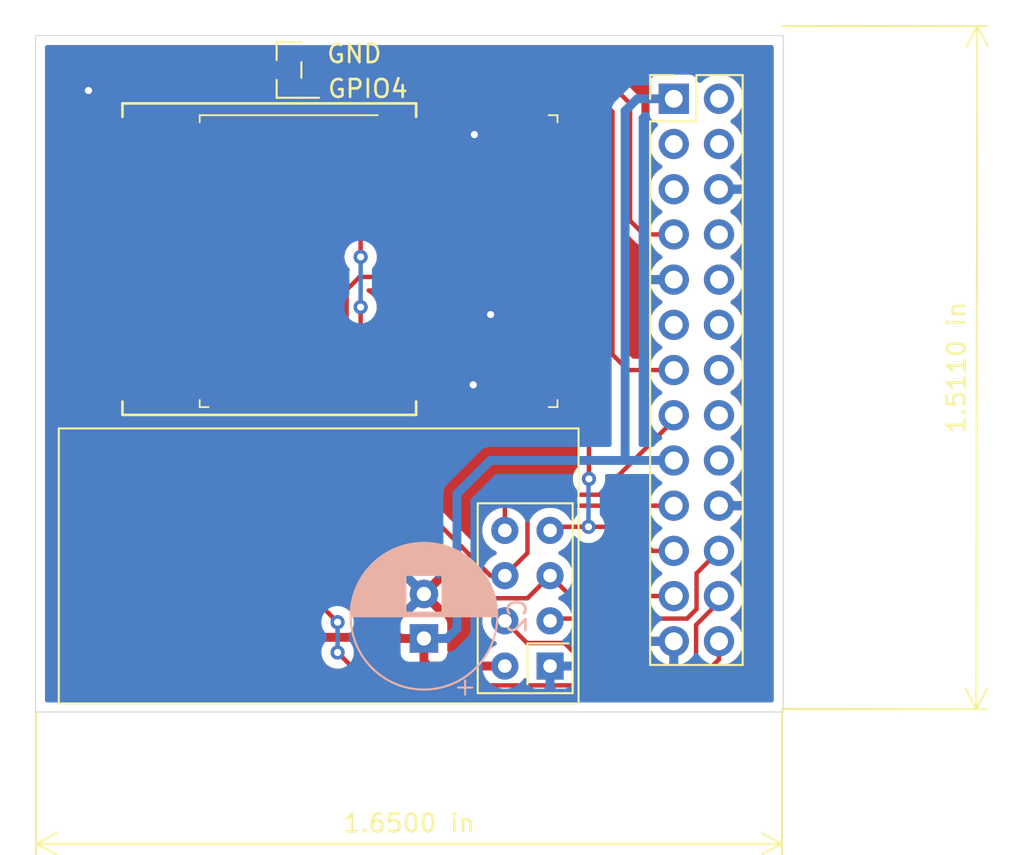
<source format=kicad_pcb>
(kicad_pcb (version 20171130) (host pcbnew "(5.1.5-0-10_14)")

  (general
    (thickness 1.6)
    (drawings 8)
    (tracks 174)
    (zones 0)
    (modules 6)
    (nets 36)
  )

  (page A4)
  (layers
    (0 F.Cu signal)
    (31 B.Cu signal)
    (32 B.Adhes user)
    (33 F.Adhes user)
    (34 B.Paste user)
    (35 F.Paste user)
    (36 B.SilkS user)
    (37 F.SilkS user)
    (38 B.Mask user)
    (39 F.Mask user)
    (40 Dwgs.User user)
    (41 Cmts.User user)
    (42 Eco1.User user)
    (43 Eco2.User user)
    (44 Edge.Cuts user)
    (45 Margin user)
    (46 B.CrtYd user)
    (47 F.CrtYd user)
    (48 B.Fab user)
    (49 F.Fab user)
  )

  (setup
    (last_trace_width 0.5)
    (user_trace_width 0.5)
    (trace_clearance 0.2)
    (zone_clearance 0.508)
    (zone_45_only no)
    (trace_min 0.2)
    (via_size 0.8)
    (via_drill 0.4)
    (via_min_size 0.4)
    (via_min_drill 0.3)
    (uvia_size 0.3)
    (uvia_drill 0.1)
    (uvias_allowed no)
    (uvia_min_size 0.2)
    (uvia_min_drill 0.1)
    (edge_width 0.05)
    (segment_width 0.2)
    (pcb_text_width 0.3)
    (pcb_text_size 1.5 1.5)
    (mod_edge_width 0.12)
    (mod_text_size 1 1)
    (mod_text_width 0.15)
    (pad_size 1.524 1.524)
    (pad_drill 0.762)
    (pad_to_mask_clearance 0.051)
    (solder_mask_min_width 0.25)
    (aux_axis_origin 0 0)
    (visible_elements FFFFFF7F)
    (pcbplotparams
      (layerselection 0x010f0_ffffffff)
      (usegerberextensions false)
      (usegerberattributes false)
      (usegerberadvancedattributes false)
      (creategerberjobfile false)
      (excludeedgelayer true)
      (linewidth 0.100000)
      (plotframeref false)
      (viasonmask false)
      (mode 1)
      (useauxorigin false)
      (hpglpennumber 1)
      (hpglpenspeed 20)
      (hpglpendiameter 15.000000)
      (psnegative false)
      (psa4output false)
      (plotreference true)
      (plotvalue true)
      (plotinvisibletext false)
      (padsonsilk false)
      (subtractmaskfromsilk false)
      (outputformat 1)
      (mirror false)
      (drillshape 0)
      (scaleselection 1)
      (outputdirectory "gerber"))
  )

  (net 0 "")
  (net 1 GND)
  (net 2 +3V3)
  (net 3 RFM_NSS)
  (net 4 nRF_CSN)
  (net 5 SCK)
  (net 6 nRF_CE)
  (net 7 MISO)
  (net 8 MOSI)
  (net 9 "Net-(J1-Pad18)")
  (net 10 "Net-(J1-Pad16)")
  (net 11 nRF_IRQ)
  (net 12 "Net-(J1-Pad14)")
  (net 13 RFM_IRQ)
  (net 14 "Net-(J1-Pad12)")
  (net 15 "Net-(J1-Pad11)")
  (net 16 "Net-(J1-Pad10)")
  (net 17 "Net-(J1-Pad8)")
  (net 18 "Net-(J1-Pad7)")
  (net 19 "Net-(J1-Pad5)")
  (net 20 "Net-(J1-Pad4)")
  (net 21 "Net-(J1-Pad3)")
  (net 22 "Net-(J1-Pad2)")
  (net 23 "Net-(J2-Pad2)")
  (net 24 "Net-(U2-Pad3)")
  (net 25 "Net-(U2-Pad4)")
  (net 26 "Net-(U2-Pad5)")
  (net 27 "Net-(U2-Pad6)")
  (net 28 "Net-(U2-Pad7)")
  (net 29 "Net-(U2-Pad10)")
  (net 30 "Net-(U3-Pad1)")
  (net 31 "Net-(U3-Pad6)")
  (net 32 "Net-(U3-Pad7)")
  (net 33 "Net-(U3-Pad8)")
  (net 34 "Net-(U3-Pad10)")
  (net 35 "Net-(U3-Pad11)")

  (net_class Default "This is the default net class."
    (clearance 0.2)
    (trace_width 0.25)
    (via_dia 0.8)
    (via_drill 0.4)
    (uvia_dia 0.3)
    (uvia_drill 0.1)
    (add_net +3V3)
    (add_net GND)
    (add_net MISO)
    (add_net MOSI)
    (add_net "Net-(J1-Pad10)")
    (add_net "Net-(J1-Pad11)")
    (add_net "Net-(J1-Pad12)")
    (add_net "Net-(J1-Pad14)")
    (add_net "Net-(J1-Pad16)")
    (add_net "Net-(J1-Pad18)")
    (add_net "Net-(J1-Pad2)")
    (add_net "Net-(J1-Pad3)")
    (add_net "Net-(J1-Pad4)")
    (add_net "Net-(J1-Pad5)")
    (add_net "Net-(J1-Pad7)")
    (add_net "Net-(J1-Pad8)")
    (add_net "Net-(J2-Pad2)")
    (add_net "Net-(U2-Pad10)")
    (add_net "Net-(U2-Pad3)")
    (add_net "Net-(U2-Pad4)")
    (add_net "Net-(U2-Pad5)")
    (add_net "Net-(U2-Pad6)")
    (add_net "Net-(U2-Pad7)")
    (add_net "Net-(U3-Pad1)")
    (add_net "Net-(U3-Pad10)")
    (add_net "Net-(U3-Pad11)")
    (add_net "Net-(U3-Pad6)")
    (add_net "Net-(U3-Pad7)")
    (add_net "Net-(U3-Pad8)")
    (add_net RFM_IRQ)
    (add_net RFM_NSS)
    (add_net SCK)
    (add_net nRF_CE)
    (add_net nRF_CSN)
    (add_net nRF_IRQ)
  )

  (module Connector_PinHeader_2.54mm:PinHeader_2x13_P2.54mm_Vertical (layer F.Cu) (tedit 59FED5CC) (tstamp 5EB0B198)
    (at 127.855302 53.55)
    (descr "Through hole straight pin header, 2x13, 2.54mm pitch, double rows")
    (tags "Through hole pin header THT 2x13 2.54mm double row")
    (path /5EB058BA)
    (fp_text reference J1 (at 1.27 -2.33) (layer F.SilkS) hide
      (effects (font (size 1 1) (thickness 0.15)))
    )
    (fp_text value Conn_02x13_Odd_Even (at 1.27 32.81) (layer F.Fab) hide
      (effects (font (size 1 1) (thickness 0.15)))
    )
    (fp_text user %R (at 1.27 15.24 90) (layer F.Fab)
      (effects (font (size 1 1) (thickness 0.15)))
    )
    (fp_line (start 4.35 -1.8) (end -1.8 -1.8) (layer F.CrtYd) (width 0.05))
    (fp_line (start 4.35 32.25) (end 4.35 -1.8) (layer F.CrtYd) (width 0.05))
    (fp_line (start -1.8 32.25) (end 4.35 32.25) (layer F.CrtYd) (width 0.05))
    (fp_line (start -1.8 -1.8) (end -1.8 32.25) (layer F.CrtYd) (width 0.05))
    (fp_line (start -1.33 -1.33) (end 0 -1.33) (layer F.SilkS) (width 0.12))
    (fp_line (start -1.33 0) (end -1.33 -1.33) (layer F.SilkS) (width 0.12))
    (fp_line (start 1.27 -1.33) (end 3.87 -1.33) (layer F.SilkS) (width 0.12))
    (fp_line (start 1.27 1.27) (end 1.27 -1.33) (layer F.SilkS) (width 0.12))
    (fp_line (start -1.33 1.27) (end 1.27 1.27) (layer F.SilkS) (width 0.12))
    (fp_line (start 3.87 -1.33) (end 3.87 31.81) (layer F.SilkS) (width 0.12))
    (fp_line (start -1.33 1.27) (end -1.33 31.81) (layer F.SilkS) (width 0.12))
    (fp_line (start -1.33 31.81) (end 3.87 31.81) (layer F.SilkS) (width 0.12))
    (fp_line (start -1.27 0) (end 0 -1.27) (layer F.Fab) (width 0.1))
    (fp_line (start -1.27 31.75) (end -1.27 0) (layer F.Fab) (width 0.1))
    (fp_line (start 3.81 31.75) (end -1.27 31.75) (layer F.Fab) (width 0.1))
    (fp_line (start 3.81 -1.27) (end 3.81 31.75) (layer F.Fab) (width 0.1))
    (fp_line (start 0 -1.27) (end 3.81 -1.27) (layer F.Fab) (width 0.1))
    (pad 26 thru_hole oval (at 2.54 30.48) (size 1.7 1.7) (drill 1) (layers *.Cu *.Mask)
      (net 3 RFM_NSS))
    (pad 25 thru_hole oval (at 0 30.48) (size 1.7 1.7) (drill 1) (layers *.Cu *.Mask)
      (net 1 GND))
    (pad 24 thru_hole oval (at 2.54 27.94) (size 1.7 1.7) (drill 1) (layers *.Cu *.Mask)
      (net 4 nRF_CSN))
    (pad 23 thru_hole oval (at 0 27.94) (size 1.7 1.7) (drill 1) (layers *.Cu *.Mask)
      (net 5 SCK))
    (pad 22 thru_hole oval (at 2.54 25.4) (size 1.7 1.7) (drill 1) (layers *.Cu *.Mask)
      (net 6 nRF_CE))
    (pad 21 thru_hole oval (at 0 25.4) (size 1.7 1.7) (drill 1) (layers *.Cu *.Mask)
      (net 7 MISO))
    (pad 20 thru_hole oval (at 2.54 22.86) (size 1.7 1.7) (drill 1) (layers *.Cu *.Mask)
      (net 1 GND))
    (pad 19 thru_hole oval (at 0 22.86) (size 1.7 1.7) (drill 1) (layers *.Cu *.Mask)
      (net 8 MOSI))
    (pad 18 thru_hole oval (at 2.54 20.32) (size 1.7 1.7) (drill 1) (layers *.Cu *.Mask)
      (net 9 "Net-(J1-Pad18)"))
    (pad 17 thru_hole oval (at 0 20.32) (size 1.7 1.7) (drill 1) (layers *.Cu *.Mask)
      (net 2 +3V3))
    (pad 16 thru_hole oval (at 2.54 17.78) (size 1.7 1.7) (drill 1) (layers *.Cu *.Mask)
      (net 10 "Net-(J1-Pad16)"))
    (pad 15 thru_hole oval (at 0 17.78) (size 1.7 1.7) (drill 1) (layers *.Cu *.Mask)
      (net 11 nRF_IRQ))
    (pad 14 thru_hole oval (at 2.54 15.24) (size 1.7 1.7) (drill 1) (layers *.Cu *.Mask)
      (net 12 "Net-(J1-Pad14)"))
    (pad 13 thru_hole oval (at 0 15.24) (size 1.7 1.7) (drill 1) (layers *.Cu *.Mask)
      (net 13 RFM_IRQ))
    (pad 12 thru_hole oval (at 2.54 12.7) (size 1.7 1.7) (drill 1) (layers *.Cu *.Mask)
      (net 14 "Net-(J1-Pad12)"))
    (pad 11 thru_hole oval (at 0 12.7) (size 1.7 1.7) (drill 1) (layers *.Cu *.Mask)
      (net 15 "Net-(J1-Pad11)"))
    (pad 10 thru_hole oval (at 2.54 10.16) (size 1.7 1.7) (drill 1) (layers *.Cu *.Mask)
      (net 16 "Net-(J1-Pad10)"))
    (pad 9 thru_hole oval (at 0 10.16) (size 1.7 1.7) (drill 1) (layers *.Cu *.Mask)
      (net 1 GND))
    (pad 8 thru_hole oval (at 2.54 7.62) (size 1.7 1.7) (drill 1) (layers *.Cu *.Mask)
      (net 17 "Net-(J1-Pad8)"))
    (pad 7 thru_hole oval (at 0 7.62) (size 1.7 1.7) (drill 1) (layers *.Cu *.Mask)
      (net 18 "Net-(J1-Pad7)"))
    (pad 6 thru_hole oval (at 2.54 5.08) (size 1.7 1.7) (drill 1) (layers *.Cu *.Mask)
      (net 1 GND))
    (pad 5 thru_hole oval (at 0 5.08) (size 1.7 1.7) (drill 1) (layers *.Cu *.Mask)
      (net 19 "Net-(J1-Pad5)"))
    (pad 4 thru_hole oval (at 2.54 2.54) (size 1.7 1.7) (drill 1) (layers *.Cu *.Mask)
      (net 20 "Net-(J1-Pad4)"))
    (pad 3 thru_hole oval (at 0 2.54) (size 1.7 1.7) (drill 1) (layers *.Cu *.Mask)
      (net 21 "Net-(J1-Pad3)"))
    (pad 2 thru_hole oval (at 2.54 0) (size 1.7 1.7) (drill 1) (layers *.Cu *.Mask)
      (net 22 "Net-(J1-Pad2)"))
    (pad 1 thru_hole rect (at 0 0) (size 1.7 1.7) (drill 1) (layers *.Cu *.Mask)
      (net 2 +3V3))
    (model ${KISYS3DMOD}/Connector_PinHeader_2.54mm.3dshapes/PinHeader_2x13_P2.54mm_Vertical.wrl
      (at (xyz 0 0 0))
      (scale (xyz 1 1 -1))
      (rotate (xyz 0 0 0))
    )
  )

  (module RF_Module:nRF24L01_Breakout (layer F.Cu) (tedit 5A056C61) (tstamp 5EB0B1C2)
    (at 120.904 85.4202 180)
    (descr "nRF24L01 breakout board")
    (tags "nRF24L01 adapter breakout")
    (path /5EB08085)
    (fp_text reference U1 (at 0 -3) (layer F.SilkS) hide
      (effects (font (size 1 1) (thickness 0.15)))
    )
    (fp_text value NRF24L01_Breakout (at 13 5) (layer F.Fab) hide
      (effects (font (size 1 1) (thickness 0.15)))
    )
    (fp_text user %R (at 12.5 2.5) (layer F.Fab) hide
      (effects (font (size 1 1) (thickness 0.15)))
    )
    (fp_line (start 27.75 -2.25) (end 27.75 -2.25) (layer F.CrtYd) (width 0.05))
    (fp_line (start 27.75 13.5) (end 27.75 -2.25) (layer F.CrtYd) (width 0.05))
    (fp_line (start -1.75 13.5) (end 27.75 13.5) (layer F.CrtYd) (width 0.05))
    (fp_line (start -1.75 -2.25) (end -1.75 13.5) (layer F.CrtYd) (width 0.05))
    (fp_line (start 27.75 -2.25) (end -1.75 -2.25) (layer F.CrtYd) (width 0.05))
    (fp_line (start -1.27 -1.524) (end -1.27 -1.524) (layer F.SilkS) (width 0.12))
    (fp_line (start -1.27 9.144) (end -1.27 -1.524) (layer F.SilkS) (width 0.12))
    (fp_line (start -1.6 -2.1) (end -1.6 -2.1) (layer F.SilkS) (width 0.12))
    (fp_line (start -1.6 13.35) (end -1.6 -2.1) (layer F.SilkS) (width 0.12))
    (fp_line (start 27.6 13.35) (end -1.6 13.35) (layer F.SilkS) (width 0.12))
    (fp_line (start 27.6 -2.1) (end 27.6 13.35) (layer F.SilkS) (width 0.12))
    (fp_line (start -1.6 -2.1) (end 27.6 -2.1) (layer F.SilkS) (width 0.12))
    (fp_line (start -1.016 1.27) (end -1.016 1.27) (layer F.SilkS) (width 0.12))
    (fp_line (start 1.27 1.27) (end -1.016 1.27) (layer F.SilkS) (width 0.12))
    (fp_line (start 1.27 -1.016) (end 1.27 1.27) (layer F.SilkS) (width 0.12))
    (fp_line (start -1.27 9.144) (end -1.27 9.144) (layer F.SilkS) (width 0.12))
    (fp_line (start 4.064 9.144) (end -1.27 9.144) (layer F.SilkS) (width 0.12))
    (fp_line (start 4.064 -1.524) (end 4.064 9.144) (layer F.SilkS) (width 0.12))
    (fp_line (start -1.27 -1.524) (end 4.064 -1.524) (layer F.SilkS) (width 0.12))
    (fp_line (start -1.27 -1.27) (end -1.27 -1.27) (layer F.Fab) (width 0.1))
    (fp_line (start -1.27 8.89) (end -1.27 -1.27) (layer F.Fab) (width 0.1))
    (fp_line (start 3.81 8.89) (end -1.27 8.89) (layer F.Fab) (width 0.1))
    (fp_line (start 3.81 -1.27) (end 3.81 8.89) (layer F.Fab) (width 0.1))
    (fp_line (start -1.27 -1.27) (end 3.81 -1.27) (layer F.Fab) (width 0.1))
    (fp_line (start -1.5 -2) (end -1.5 -2) (layer F.Fab) (width 0.1))
    (fp_line (start -1.5 13.25) (end -1.5 -2) (layer F.Fab) (width 0.1))
    (fp_line (start 27.5 13.25) (end -1.5 13.25) (layer F.Fab) (width 0.1))
    (fp_line (start 27.5 -2) (end 27.5 13.25) (layer F.Fab) (width 0.1))
    (fp_line (start -1.5 -2) (end 27.5 -2) (layer F.Fab) (width 0.1))
    (pad 8 thru_hole circle (at 2.54 7.62 180) (size 1.524 1.524) (drill 0.762) (layers *.Cu *.Mask)
      (net 11 nRF_IRQ))
    (pad 7 thru_hole circle (at 0 7.62 180) (size 1.524 1.524) (drill 0.762) (layers *.Cu *.Mask)
      (net 7 MISO))
    (pad 6 thru_hole circle (at 2.54 5.08 180) (size 1.524 1.524) (drill 0.762) (layers *.Cu *.Mask)
      (net 8 MOSI))
    (pad 5 thru_hole circle (at 0 5.08 180) (size 1.524 1.524) (drill 0.762) (layers *.Cu *.Mask)
      (net 5 SCK))
    (pad 4 thru_hole circle (at 2.54 2.54 180) (size 1.524 1.524) (drill 0.762) (layers *.Cu *.Mask)
      (net 4 nRF_CSN))
    (pad 3 thru_hole circle (at 0 2.54 180) (size 1.524 1.524) (drill 0.762) (layers *.Cu *.Mask)
      (net 6 nRF_CE))
    (pad 2 thru_hole circle (at 2.54 0 180) (size 1.524 1.524) (drill 0.762) (layers *.Cu *.Mask)
      (net 2 +3V3))
    (pad 1 thru_hole rect (at 0 0 180) (size 1.524 1.524) (drill 0.762) (layers *.Cu *.Mask)
      (net 1 GND))
    (model ${KISYS3DMOD}/RF_Module.3dshapes/nRF24L01_Breakout.wrl
      (at (xyz 0 0 0))
      (scale (xyz 1 1 1))
      (rotate (xyz 0 0 0))
    )
  )

  (module Capacitor_THT:CP_Radial_D8.0mm_P2.50mm (layer B.Cu) (tedit 5AE50EF0) (tstamp 5EB0B168)
    (at 113.8174 83.8708 90)
    (descr "CP, Radial series, Radial, pin pitch=2.50mm, , diameter=8mm, Electrolytic Capacitor")
    (tags "CP Radial series Radial pin pitch 2.50mm  diameter 8mm Electrolytic Capacitor")
    (path /5EB0D096)
    (fp_text reference C2 (at 1.25 5.25 270) (layer B.SilkS)
      (effects (font (size 1 1) (thickness 0.15)) (justify mirror))
    )
    (fp_text value CP (at 1.25 -5.25 270) (layer B.Fab)
      (effects (font (size 1 1) (thickness 0.15)) (justify mirror))
    )
    (fp_text user %R (at 1.25 0 270) (layer B.Fab)
      (effects (font (size 1 1) (thickness 0.15)) (justify mirror))
    )
    (fp_line (start -2.759698 2.715) (end -2.759698 1.915) (layer B.SilkS) (width 0.12))
    (fp_line (start -3.159698 2.315) (end -2.359698 2.315) (layer B.SilkS) (width 0.12))
    (fp_line (start 5.331 0.533) (end 5.331 -0.533) (layer B.SilkS) (width 0.12))
    (fp_line (start 5.291 0.768) (end 5.291 -0.768) (layer B.SilkS) (width 0.12))
    (fp_line (start 5.251 0.948) (end 5.251 -0.948) (layer B.SilkS) (width 0.12))
    (fp_line (start 5.211 1.098) (end 5.211 -1.098) (layer B.SilkS) (width 0.12))
    (fp_line (start 5.171 1.229) (end 5.171 -1.229) (layer B.SilkS) (width 0.12))
    (fp_line (start 5.131 1.346) (end 5.131 -1.346) (layer B.SilkS) (width 0.12))
    (fp_line (start 5.091 1.453) (end 5.091 -1.453) (layer B.SilkS) (width 0.12))
    (fp_line (start 5.051 1.552) (end 5.051 -1.552) (layer B.SilkS) (width 0.12))
    (fp_line (start 5.011 1.645) (end 5.011 -1.645) (layer B.SilkS) (width 0.12))
    (fp_line (start 4.971 1.731) (end 4.971 -1.731) (layer B.SilkS) (width 0.12))
    (fp_line (start 4.931 1.813) (end 4.931 -1.813) (layer B.SilkS) (width 0.12))
    (fp_line (start 4.891 1.89) (end 4.891 -1.89) (layer B.SilkS) (width 0.12))
    (fp_line (start 4.851 1.964) (end 4.851 -1.964) (layer B.SilkS) (width 0.12))
    (fp_line (start 4.811 2.034) (end 4.811 -2.034) (layer B.SilkS) (width 0.12))
    (fp_line (start 4.771 2.102) (end 4.771 -2.102) (layer B.SilkS) (width 0.12))
    (fp_line (start 4.731 2.166) (end 4.731 -2.166) (layer B.SilkS) (width 0.12))
    (fp_line (start 4.691 2.228) (end 4.691 -2.228) (layer B.SilkS) (width 0.12))
    (fp_line (start 4.651 2.287) (end 4.651 -2.287) (layer B.SilkS) (width 0.12))
    (fp_line (start 4.611 2.345) (end 4.611 -2.345) (layer B.SilkS) (width 0.12))
    (fp_line (start 4.571 2.4) (end 4.571 -2.4) (layer B.SilkS) (width 0.12))
    (fp_line (start 4.531 2.454) (end 4.531 -2.454) (layer B.SilkS) (width 0.12))
    (fp_line (start 4.491 2.505) (end 4.491 -2.505) (layer B.SilkS) (width 0.12))
    (fp_line (start 4.451 2.556) (end 4.451 -2.556) (layer B.SilkS) (width 0.12))
    (fp_line (start 4.411 2.604) (end 4.411 -2.604) (layer B.SilkS) (width 0.12))
    (fp_line (start 4.371 2.651) (end 4.371 -2.651) (layer B.SilkS) (width 0.12))
    (fp_line (start 4.331 2.697) (end 4.331 -2.697) (layer B.SilkS) (width 0.12))
    (fp_line (start 4.291 2.741) (end 4.291 -2.741) (layer B.SilkS) (width 0.12))
    (fp_line (start 4.251 2.784) (end 4.251 -2.784) (layer B.SilkS) (width 0.12))
    (fp_line (start 4.211 2.826) (end 4.211 -2.826) (layer B.SilkS) (width 0.12))
    (fp_line (start 4.171 2.867) (end 4.171 -2.867) (layer B.SilkS) (width 0.12))
    (fp_line (start 4.131 2.907) (end 4.131 -2.907) (layer B.SilkS) (width 0.12))
    (fp_line (start 4.091 2.945) (end 4.091 -2.945) (layer B.SilkS) (width 0.12))
    (fp_line (start 4.051 2.983) (end 4.051 -2.983) (layer B.SilkS) (width 0.12))
    (fp_line (start 4.011 3.019) (end 4.011 -3.019) (layer B.SilkS) (width 0.12))
    (fp_line (start 3.971 3.055) (end 3.971 -3.055) (layer B.SilkS) (width 0.12))
    (fp_line (start 3.931 3.09) (end 3.931 -3.09) (layer B.SilkS) (width 0.12))
    (fp_line (start 3.891 3.124) (end 3.891 -3.124) (layer B.SilkS) (width 0.12))
    (fp_line (start 3.851 3.156) (end 3.851 -3.156) (layer B.SilkS) (width 0.12))
    (fp_line (start 3.811 3.189) (end 3.811 -3.189) (layer B.SilkS) (width 0.12))
    (fp_line (start 3.771 3.22) (end 3.771 -3.22) (layer B.SilkS) (width 0.12))
    (fp_line (start 3.731 3.25) (end 3.731 -3.25) (layer B.SilkS) (width 0.12))
    (fp_line (start 3.691 3.28) (end 3.691 -3.28) (layer B.SilkS) (width 0.12))
    (fp_line (start 3.651 3.309) (end 3.651 -3.309) (layer B.SilkS) (width 0.12))
    (fp_line (start 3.611 3.338) (end 3.611 -3.338) (layer B.SilkS) (width 0.12))
    (fp_line (start 3.571 3.365) (end 3.571 -3.365) (layer B.SilkS) (width 0.12))
    (fp_line (start 3.531 -1.04) (end 3.531 -3.392) (layer B.SilkS) (width 0.12))
    (fp_line (start 3.531 3.392) (end 3.531 1.04) (layer B.SilkS) (width 0.12))
    (fp_line (start 3.491 -1.04) (end 3.491 -3.418) (layer B.SilkS) (width 0.12))
    (fp_line (start 3.491 3.418) (end 3.491 1.04) (layer B.SilkS) (width 0.12))
    (fp_line (start 3.451 -1.04) (end 3.451 -3.444) (layer B.SilkS) (width 0.12))
    (fp_line (start 3.451 3.444) (end 3.451 1.04) (layer B.SilkS) (width 0.12))
    (fp_line (start 3.411 -1.04) (end 3.411 -3.469) (layer B.SilkS) (width 0.12))
    (fp_line (start 3.411 3.469) (end 3.411 1.04) (layer B.SilkS) (width 0.12))
    (fp_line (start 3.371 -1.04) (end 3.371 -3.493) (layer B.SilkS) (width 0.12))
    (fp_line (start 3.371 3.493) (end 3.371 1.04) (layer B.SilkS) (width 0.12))
    (fp_line (start 3.331 -1.04) (end 3.331 -3.517) (layer B.SilkS) (width 0.12))
    (fp_line (start 3.331 3.517) (end 3.331 1.04) (layer B.SilkS) (width 0.12))
    (fp_line (start 3.291 -1.04) (end 3.291 -3.54) (layer B.SilkS) (width 0.12))
    (fp_line (start 3.291 3.54) (end 3.291 1.04) (layer B.SilkS) (width 0.12))
    (fp_line (start 3.251 -1.04) (end 3.251 -3.562) (layer B.SilkS) (width 0.12))
    (fp_line (start 3.251 3.562) (end 3.251 1.04) (layer B.SilkS) (width 0.12))
    (fp_line (start 3.211 -1.04) (end 3.211 -3.584) (layer B.SilkS) (width 0.12))
    (fp_line (start 3.211 3.584) (end 3.211 1.04) (layer B.SilkS) (width 0.12))
    (fp_line (start 3.171 -1.04) (end 3.171 -3.606) (layer B.SilkS) (width 0.12))
    (fp_line (start 3.171 3.606) (end 3.171 1.04) (layer B.SilkS) (width 0.12))
    (fp_line (start 3.131 -1.04) (end 3.131 -3.627) (layer B.SilkS) (width 0.12))
    (fp_line (start 3.131 3.627) (end 3.131 1.04) (layer B.SilkS) (width 0.12))
    (fp_line (start 3.091 -1.04) (end 3.091 -3.647) (layer B.SilkS) (width 0.12))
    (fp_line (start 3.091 3.647) (end 3.091 1.04) (layer B.SilkS) (width 0.12))
    (fp_line (start 3.051 -1.04) (end 3.051 -3.666) (layer B.SilkS) (width 0.12))
    (fp_line (start 3.051 3.666) (end 3.051 1.04) (layer B.SilkS) (width 0.12))
    (fp_line (start 3.011 -1.04) (end 3.011 -3.686) (layer B.SilkS) (width 0.12))
    (fp_line (start 3.011 3.686) (end 3.011 1.04) (layer B.SilkS) (width 0.12))
    (fp_line (start 2.971 -1.04) (end 2.971 -3.704) (layer B.SilkS) (width 0.12))
    (fp_line (start 2.971 3.704) (end 2.971 1.04) (layer B.SilkS) (width 0.12))
    (fp_line (start 2.931 -1.04) (end 2.931 -3.722) (layer B.SilkS) (width 0.12))
    (fp_line (start 2.931 3.722) (end 2.931 1.04) (layer B.SilkS) (width 0.12))
    (fp_line (start 2.891 -1.04) (end 2.891 -3.74) (layer B.SilkS) (width 0.12))
    (fp_line (start 2.891 3.74) (end 2.891 1.04) (layer B.SilkS) (width 0.12))
    (fp_line (start 2.851 -1.04) (end 2.851 -3.757) (layer B.SilkS) (width 0.12))
    (fp_line (start 2.851 3.757) (end 2.851 1.04) (layer B.SilkS) (width 0.12))
    (fp_line (start 2.811 -1.04) (end 2.811 -3.774) (layer B.SilkS) (width 0.12))
    (fp_line (start 2.811 3.774) (end 2.811 1.04) (layer B.SilkS) (width 0.12))
    (fp_line (start 2.771 -1.04) (end 2.771 -3.79) (layer B.SilkS) (width 0.12))
    (fp_line (start 2.771 3.79) (end 2.771 1.04) (layer B.SilkS) (width 0.12))
    (fp_line (start 2.731 -1.04) (end 2.731 -3.805) (layer B.SilkS) (width 0.12))
    (fp_line (start 2.731 3.805) (end 2.731 1.04) (layer B.SilkS) (width 0.12))
    (fp_line (start 2.691 -1.04) (end 2.691 -3.821) (layer B.SilkS) (width 0.12))
    (fp_line (start 2.691 3.821) (end 2.691 1.04) (layer B.SilkS) (width 0.12))
    (fp_line (start 2.651 -1.04) (end 2.651 -3.835) (layer B.SilkS) (width 0.12))
    (fp_line (start 2.651 3.835) (end 2.651 1.04) (layer B.SilkS) (width 0.12))
    (fp_line (start 2.611 -1.04) (end 2.611 -3.85) (layer B.SilkS) (width 0.12))
    (fp_line (start 2.611 3.85) (end 2.611 1.04) (layer B.SilkS) (width 0.12))
    (fp_line (start 2.571 -1.04) (end 2.571 -3.863) (layer B.SilkS) (width 0.12))
    (fp_line (start 2.571 3.863) (end 2.571 1.04) (layer B.SilkS) (width 0.12))
    (fp_line (start 2.531 -1.04) (end 2.531 -3.877) (layer B.SilkS) (width 0.12))
    (fp_line (start 2.531 3.877) (end 2.531 1.04) (layer B.SilkS) (width 0.12))
    (fp_line (start 2.491 -1.04) (end 2.491 -3.889) (layer B.SilkS) (width 0.12))
    (fp_line (start 2.491 3.889) (end 2.491 1.04) (layer B.SilkS) (width 0.12))
    (fp_line (start 2.451 -1.04) (end 2.451 -3.902) (layer B.SilkS) (width 0.12))
    (fp_line (start 2.451 3.902) (end 2.451 1.04) (layer B.SilkS) (width 0.12))
    (fp_line (start 2.411 -1.04) (end 2.411 -3.914) (layer B.SilkS) (width 0.12))
    (fp_line (start 2.411 3.914) (end 2.411 1.04) (layer B.SilkS) (width 0.12))
    (fp_line (start 2.371 -1.04) (end 2.371 -3.925) (layer B.SilkS) (width 0.12))
    (fp_line (start 2.371 3.925) (end 2.371 1.04) (layer B.SilkS) (width 0.12))
    (fp_line (start 2.331 -1.04) (end 2.331 -3.936) (layer B.SilkS) (width 0.12))
    (fp_line (start 2.331 3.936) (end 2.331 1.04) (layer B.SilkS) (width 0.12))
    (fp_line (start 2.291 -1.04) (end 2.291 -3.947) (layer B.SilkS) (width 0.12))
    (fp_line (start 2.291 3.947) (end 2.291 1.04) (layer B.SilkS) (width 0.12))
    (fp_line (start 2.251 -1.04) (end 2.251 -3.957) (layer B.SilkS) (width 0.12))
    (fp_line (start 2.251 3.957) (end 2.251 1.04) (layer B.SilkS) (width 0.12))
    (fp_line (start 2.211 -1.04) (end 2.211 -3.967) (layer B.SilkS) (width 0.12))
    (fp_line (start 2.211 3.967) (end 2.211 1.04) (layer B.SilkS) (width 0.12))
    (fp_line (start 2.171 -1.04) (end 2.171 -3.976) (layer B.SilkS) (width 0.12))
    (fp_line (start 2.171 3.976) (end 2.171 1.04) (layer B.SilkS) (width 0.12))
    (fp_line (start 2.131 -1.04) (end 2.131 -3.985) (layer B.SilkS) (width 0.12))
    (fp_line (start 2.131 3.985) (end 2.131 1.04) (layer B.SilkS) (width 0.12))
    (fp_line (start 2.091 -1.04) (end 2.091 -3.994) (layer B.SilkS) (width 0.12))
    (fp_line (start 2.091 3.994) (end 2.091 1.04) (layer B.SilkS) (width 0.12))
    (fp_line (start 2.051 -1.04) (end 2.051 -4.002) (layer B.SilkS) (width 0.12))
    (fp_line (start 2.051 4.002) (end 2.051 1.04) (layer B.SilkS) (width 0.12))
    (fp_line (start 2.011 -1.04) (end 2.011 -4.01) (layer B.SilkS) (width 0.12))
    (fp_line (start 2.011 4.01) (end 2.011 1.04) (layer B.SilkS) (width 0.12))
    (fp_line (start 1.971 -1.04) (end 1.971 -4.017) (layer B.SilkS) (width 0.12))
    (fp_line (start 1.971 4.017) (end 1.971 1.04) (layer B.SilkS) (width 0.12))
    (fp_line (start 1.93 -1.04) (end 1.93 -4.024) (layer B.SilkS) (width 0.12))
    (fp_line (start 1.93 4.024) (end 1.93 1.04) (layer B.SilkS) (width 0.12))
    (fp_line (start 1.89 -1.04) (end 1.89 -4.03) (layer B.SilkS) (width 0.12))
    (fp_line (start 1.89 4.03) (end 1.89 1.04) (layer B.SilkS) (width 0.12))
    (fp_line (start 1.85 -1.04) (end 1.85 -4.037) (layer B.SilkS) (width 0.12))
    (fp_line (start 1.85 4.037) (end 1.85 1.04) (layer B.SilkS) (width 0.12))
    (fp_line (start 1.81 -1.04) (end 1.81 -4.042) (layer B.SilkS) (width 0.12))
    (fp_line (start 1.81 4.042) (end 1.81 1.04) (layer B.SilkS) (width 0.12))
    (fp_line (start 1.77 -1.04) (end 1.77 -4.048) (layer B.SilkS) (width 0.12))
    (fp_line (start 1.77 4.048) (end 1.77 1.04) (layer B.SilkS) (width 0.12))
    (fp_line (start 1.73 -1.04) (end 1.73 -4.052) (layer B.SilkS) (width 0.12))
    (fp_line (start 1.73 4.052) (end 1.73 1.04) (layer B.SilkS) (width 0.12))
    (fp_line (start 1.69 -1.04) (end 1.69 -4.057) (layer B.SilkS) (width 0.12))
    (fp_line (start 1.69 4.057) (end 1.69 1.04) (layer B.SilkS) (width 0.12))
    (fp_line (start 1.65 -1.04) (end 1.65 -4.061) (layer B.SilkS) (width 0.12))
    (fp_line (start 1.65 4.061) (end 1.65 1.04) (layer B.SilkS) (width 0.12))
    (fp_line (start 1.61 -1.04) (end 1.61 -4.065) (layer B.SilkS) (width 0.12))
    (fp_line (start 1.61 4.065) (end 1.61 1.04) (layer B.SilkS) (width 0.12))
    (fp_line (start 1.57 -1.04) (end 1.57 -4.068) (layer B.SilkS) (width 0.12))
    (fp_line (start 1.57 4.068) (end 1.57 1.04) (layer B.SilkS) (width 0.12))
    (fp_line (start 1.53 -1.04) (end 1.53 -4.071) (layer B.SilkS) (width 0.12))
    (fp_line (start 1.53 4.071) (end 1.53 1.04) (layer B.SilkS) (width 0.12))
    (fp_line (start 1.49 -1.04) (end 1.49 -4.074) (layer B.SilkS) (width 0.12))
    (fp_line (start 1.49 4.074) (end 1.49 1.04) (layer B.SilkS) (width 0.12))
    (fp_line (start 1.45 4.076) (end 1.45 -4.076) (layer B.SilkS) (width 0.12))
    (fp_line (start 1.41 4.077) (end 1.41 -4.077) (layer B.SilkS) (width 0.12))
    (fp_line (start 1.37 4.079) (end 1.37 -4.079) (layer B.SilkS) (width 0.12))
    (fp_line (start 1.33 4.08) (end 1.33 -4.08) (layer B.SilkS) (width 0.12))
    (fp_line (start 1.29 4.08) (end 1.29 -4.08) (layer B.SilkS) (width 0.12))
    (fp_line (start 1.25 4.08) (end 1.25 -4.08) (layer B.SilkS) (width 0.12))
    (fp_line (start -1.776759 2.1475) (end -1.776759 1.3475) (layer B.Fab) (width 0.1))
    (fp_line (start -2.176759 1.7475) (end -1.376759 1.7475) (layer B.Fab) (width 0.1))
    (fp_circle (center 1.25 0) (end 5.5 0) (layer B.CrtYd) (width 0.05))
    (fp_circle (center 1.25 0) (end 5.37 0) (layer B.SilkS) (width 0.12))
    (fp_circle (center 1.25 0) (end 5.25 0) (layer B.Fab) (width 0.1))
    (pad 2 thru_hole circle (at 2.5 0 90) (size 1.6 1.6) (drill 0.8) (layers *.Cu *.Mask)
      (net 1 GND))
    (pad 1 thru_hole rect (at 0 0 90) (size 1.6 1.6) (drill 0.8) (layers *.Cu *.Mask)
      (net 2 +3V3))
    (model ${KISYS3DMOD}/Capacitor_THT.3dshapes/CP_Radial_D8.0mm_P2.50mm.wrl
      (at (xyz 0 0 0))
      (scale (xyz 1 1 1))
      (rotate (xyz 0 0 0))
    )
  )

  (module RF_Module:HOPERF_RFM69HW (layer F.Cu) (tedit 5A030172) (tstamp 5EB0C7C2)
    (at 111.2706 62.6722)
    (descr "Radio, RF, Module, http://www.hoperf.com/upload/rf/RFM69HW-V1.3.pdf")
    (tags "Radio RF Module")
    (path /5EB08B88)
    (attr smd)
    (fp_text reference U2 (at -7.8 -9) (layer F.SilkS) hide
      (effects (font (size 1 1) (thickness 0.15)))
    )
    (fp_text value RFM69W (at 0 2.5) (layer F.Fab) hide
      (effects (font (size 1 1) (thickness 0.15)))
    )
    (fp_line (start -9.85 8) (end -9.85 -8) (layer F.Fab) (width 0.1))
    (fp_line (start 9.85 8) (end -9.85 8) (layer F.Fab) (width 0.1))
    (fp_line (start 9.85 -8) (end 9.85 8) (layer F.Fab) (width 0.1))
    (fp_line (start -9.85 -8) (end 9.85 -8) (layer F.Fab) (width 0.1))
    (fp_line (start -10.05 -8.2) (end -10.05 -7.8) (layer F.SilkS) (width 0.1))
    (fp_line (start 10.05 -8.2) (end 10.05 -7.8) (layer F.SilkS) (width 0.1))
    (fp_line (start 9.55 -8.2) (end 10.05 -8.2) (layer F.SilkS) (width 0.1))
    (fp_line (start 10.05 7.8) (end 10.05 8.2) (layer F.SilkS) (width 0.1))
    (fp_line (start 9.55 8.2) (end 10.05 8.2) (layer F.SilkS) (width 0.1))
    (fp_line (start -10.05 7.8) (end -10.05 8.2) (layer F.SilkS) (width 0.1))
    (fp_line (start -10.05 8.2) (end -9.55 8.2) (layer F.SilkS) (width 0.1))
    (fp_text user %R (at 0 0) (layer F.Fab) hide
      (effects (font (size 1 1) (thickness 0.15)))
    )
    (fp_line (start -10.05 -8.2) (end -0.05 -8.2) (layer F.SilkS) (width 0.1))
    (fp_circle (center -7 -7) (end -7.5 -7) (layer F.Fab) (width 0.1))
    (fp_line (start -10.6 8.25) (end -10.6 -8.25) (layer F.CrtYd) (width 0.05))
    (fp_line (start 10.6 8.25) (end -10.6 8.25) (layer F.CrtYd) (width 0.05))
    (fp_line (start 10.6 -8.25) (end 10.6 8.25) (layer F.CrtYd) (width 0.05))
    (fp_line (start -10.6 -8.25) (end 10.6 -8.25) (layer F.CrtYd) (width 0.05))
    (pad 1 smd rect (at -9.1 -7) (size 2.5 1) (layers F.Cu F.Paste F.Mask)
      (net 23 "Net-(J2-Pad2)"))
    (pad 2 smd rect (at -9.1 -5) (size 2.5 1) (layers F.Cu F.Paste F.Mask)
      (net 13 RFM_IRQ))
    (pad 3 smd rect (at -9.1 -3) (size 2.5 1) (layers F.Cu F.Paste F.Mask)
      (net 24 "Net-(U2-Pad3)"))
    (pad 4 smd rect (at -9.1 -1) (size 2.5 1) (layers F.Cu F.Paste F.Mask)
      (net 25 "Net-(U2-Pad4)"))
    (pad 5 smd rect (at -9.1 1) (size 2.5 1) (layers F.Cu F.Paste F.Mask)
      (net 26 "Net-(U2-Pad5)"))
    (pad 6 smd rect (at -9.1 3) (size 2.5 1) (layers F.Cu F.Paste F.Mask)
      (net 27 "Net-(U2-Pad6)"))
    (pad 7 smd rect (at -9.1 5) (size 2.5 1) (layers F.Cu F.Paste F.Mask)
      (net 28 "Net-(U2-Pad7)"))
    (pad 8 smd rect (at -9.1 7) (size 2.5 1) (layers F.Cu F.Paste F.Mask)
      (net 2 +3V3))
    (pad 9 smd rect (at 9.1 7) (size 2.5 1) (layers F.Cu F.Paste F.Mask)
      (net 1 GND))
    (pad 10 smd rect (at 9.1 5) (size 2.5 1) (layers F.Cu F.Paste F.Mask)
      (net 29 "Net-(U2-Pad10)"))
    (pad 11 smd rect (at 9.1 3) (size 2.5 1) (layers F.Cu F.Paste F.Mask)
      (net 1 GND))
    (pad 12 smd rect (at 9.1 1) (size 2.5 1) (layers F.Cu F.Paste F.Mask)
      (net 5 SCK))
    (pad 13 smd rect (at 9.1 -1) (size 2.5 1) (layers F.Cu F.Paste F.Mask)
      (net 7 MISO))
    (pad 14 smd rect (at 9.1 -3) (size 2.5 1) (layers F.Cu F.Paste F.Mask)
      (net 8 MOSI))
    (pad 15 smd rect (at 9.1 -5) (size 2.5 1) (layers F.Cu F.Paste F.Mask)
      (net 3 RFM_NSS))
    (pad 16 smd rect (at 9.1 -7) (size 2.5 1) (layers F.Cu F.Paste F.Mask)
      (net 1 GND))
    (model ${KISYS3DMOD}/RF_Module.3dshapes/HOPERF_RFM69HW.wrl
      (at (xyz 0 0 0))
      (scale (xyz 1 1 1))
      (rotate (xyz 0 0 0))
    )
  )

  (module RF_Module:Ai-Thinker-Ra-01-LoRa (layer F.Cu) (tedit 5A57D4D7) (tstamp 5EB0C3E3)
    (at 105.1296 62.5602)
    (descr "Ai Thinker Ra-01 LoRa")
    (tags "LoRa Ra-01")
    (path /5EB1E225)
    (attr smd)
    (fp_text reference U3 (at 0 -1) (layer F.SilkS) hide
      (effects (font (size 1 1) (thickness 0.15)))
    )
    (fp_text value Ai-Thinker-Ra-01 (at 0 9.75) (layer F.Fab) hide
      (effects (font (size 1 1) (thickness 0.15)))
    )
    (fp_line (start -9.25 -9) (end 9.25 -9) (layer F.CrtYd) (width 0.05))
    (fp_line (start 9.25 -9) (end 9.25 9) (layer F.CrtYd) (width 0.05))
    (fp_line (start 9.25 9) (end -9.25 9) (layer F.CrtYd) (width 0.05))
    (fp_line (start -9.25 9) (end -9.25 -9) (layer F.CrtYd) (width 0.05))
    (fp_text user %R (at 0 1) (layer F.Fab) hide
      (effects (font (size 1 1) (thickness 0.15)))
    )
    (fp_line (start -8.25 8) (end -8.25 8.75) (layer F.SilkS) (width 0.15))
    (fp_line (start -8.25 8.75) (end 8.25 8.75) (layer F.SilkS) (width 0.15))
    (fp_line (start 8.25 8.75) (end 8.25 8) (layer F.SilkS) (width 0.15))
    (fp_line (start -8.25 -8) (end -8.25 -8.75) (layer F.SilkS) (width 0.15))
    (fp_line (start -8.25 -8.75) (end 8.25 -8.75) (layer F.SilkS) (width 0.15))
    (fp_line (start 8.25 -8.75) (end 8.25 -8) (layer F.SilkS) (width 0.15))
    (fp_line (start -8 -8.5) (end 8 -8.5) (layer F.Fab) (width 0.15))
    (fp_line (start 8 -8.5) (end 8 8.5) (layer F.Fab) (width 0.15))
    (fp_line (start 8 8.5) (end -8 8.5) (layer F.Fab) (width 0.15))
    (fp_line (start -8 8.5) (end -8 -8.5) (layer F.Fab) (width 0.15))
    (pad 1 smd rect (at -8 -7) (size 2 1.5) (layers F.Cu F.Paste F.Mask)
      (net 30 "Net-(U3-Pad1)"))
    (pad 2 smd rect (at -8 -5) (size 2 1.5) (layers F.Cu F.Paste F.Mask)
      (net 1 GND))
    (pad 3 smd rect (at -8 -3) (size 2 1.5) (layers F.Cu F.Paste F.Mask)
      (net 2 +3V3))
    (pad 4 smd rect (at -8 -1) (size 2 1.5) (layers F.Cu F.Paste F.Mask)
      (net 23 "Net-(J2-Pad2)"))
    (pad 5 smd rect (at -8 1) (size 2 1.5) (layers F.Cu F.Paste F.Mask)
      (net 13 RFM_IRQ))
    (pad 6 smd rect (at -8 3) (size 2 1.5) (layers F.Cu F.Paste F.Mask)
      (net 31 "Net-(U3-Pad6)"))
    (pad 7 smd rect (at -8 5) (size 2 1.5) (layers F.Cu F.Paste F.Mask)
      (net 32 "Net-(U3-Pad7)"))
    (pad 8 smd rect (at -8 7) (size 2 1.5) (layers F.Cu F.Paste F.Mask)
      (net 33 "Net-(U3-Pad8)"))
    (pad 9 smd rect (at 8 7) (size 2 1.5) (layers F.Cu F.Paste F.Mask)
      (net 1 GND))
    (pad 10 smd rect (at 8 5) (size 2 1.5) (layers F.Cu F.Paste F.Mask)
      (net 34 "Net-(U3-Pad10)"))
    (pad 11 smd rect (at 8 3) (size 2 1.5) (layers F.Cu F.Paste F.Mask)
      (net 35 "Net-(U3-Pad11)"))
    (pad 12 smd rect (at 8 1) (size 2 1.5) (layers F.Cu F.Paste F.Mask)
      (net 5 SCK))
    (pad 13 smd rect (at 8 -1) (size 2 1.5) (layers F.Cu F.Paste F.Mask)
      (net 7 MISO))
    (pad 14 smd rect (at 8 -3) (size 2 1.5) (layers F.Cu F.Paste F.Mask)
      (net 8 MOSI))
    (pad 15 smd rect (at 8 -5) (size 2 1.5) (layers F.Cu F.Paste F.Mask)
      (net 3 RFM_NSS))
    (pad 16 smd rect (at 8 -7) (size 2 1.5) (layers F.Cu F.Paste F.Mask)
      (net 1 GND))
    (model ${KISYS3DMOD}/RF_Module.3dshapes/Ai-Thinker-Ra-01-LoRa.wrl
      (at (xyz 0 0 0))
      (scale (xyz 1 1 1))
      (rotate (xyz 0 0 0))
    )
  )

  (module Connector_PinHeader_1.00mm:PinHeader_1x03_P1.00mm_Vertical_SMD_Pin1Left (layer F.Cu) (tedit 59FED738) (tstamp 5EB0D4B7)
    (at 106.2368 51.9336 180)
    (descr "surface-mounted straight pin header, 1x03, 1.00mm pitch, single row, style 1 (pin 1 left)")
    (tags "Surface mounted pin header SMD 1x03 1.00mm single row style1 pin1 left")
    (path /5EB12F8E)
    (attr smd)
    (fp_text reference J2 (at 0 -2.56) (layer F.SilkS) hide
      (effects (font (size 1 1) (thickness 0.15)))
    )
    (fp_text value Conn_01x03_Male (at 0 2.56) (layer F.Fab)
      (effects (font (size 1 1) (thickness 0.15)))
    )
    (fp_text user %R (at -0.1016 -0.0508 90) (layer F.Fab)
      (effects (font (size 1 1) (thickness 0.15)))
    )
    (fp_line (start 2.25 -2) (end -2.25 -2) (layer F.CrtYd) (width 0.05))
    (fp_line (start 2.25 2) (end 2.25 -2) (layer F.CrtYd) (width 0.05))
    (fp_line (start -2.25 2) (end 2.25 2) (layer F.CrtYd) (width 0.05))
    (fp_line (start -2.25 -2) (end -2.25 2) (layer F.CrtYd) (width 0.05))
    (fp_line (start -0.695 -0.44) (end -0.695 0.44) (layer F.SilkS) (width 0.12))
    (fp_line (start 0.695 0.56) (end 0.695 1.56) (layer F.SilkS) (width 0.12))
    (fp_line (start 0.695 -1.56) (end 0.695 -0.56) (layer F.SilkS) (width 0.12))
    (fp_line (start 0.695 1.56) (end 0.695 1.56) (layer F.SilkS) (width 0.12))
    (fp_line (start -0.695 -1.56) (end -0.695 -1.56) (layer F.SilkS) (width 0.12))
    (fp_line (start -0.695 -1.56) (end -1.69 -1.56) (layer F.SilkS) (width 0.12))
    (fp_line (start -0.695 1.56) (end 0.695 1.56) (layer F.SilkS) (width 0.12))
    (fp_line (start -0.695 -1.56) (end 0.695 -1.56) (layer F.SilkS) (width 0.12))
    (fp_line (start 1.25 0.15) (end 0.635 0.15) (layer F.Fab) (width 0.1))
    (fp_line (start 1.25 -0.15) (end 1.25 0.15) (layer F.Fab) (width 0.1))
    (fp_line (start 0.635 -0.15) (end 1.25 -0.15) (layer F.Fab) (width 0.1))
    (fp_line (start -1.25 1.15) (end -0.635 1.15) (layer F.Fab) (width 0.1))
    (fp_line (start -1.25 0.85) (end -1.25 1.15) (layer F.Fab) (width 0.1))
    (fp_line (start -0.635 0.85) (end -1.25 0.85) (layer F.Fab) (width 0.1))
    (fp_line (start -1.25 -0.85) (end -0.635 -0.85) (layer F.Fab) (width 0.1))
    (fp_line (start -1.25 -1.15) (end -1.25 -0.85) (layer F.Fab) (width 0.1))
    (fp_line (start -0.635 -1.15) (end -1.25 -1.15) (layer F.Fab) (width 0.1))
    (fp_line (start 0.635 -1.5) (end 0.635 1.5) (layer F.Fab) (width 0.1))
    (fp_line (start -0.635 -1.15) (end -0.285 -1.5) (layer F.Fab) (width 0.1))
    (fp_line (start -0.635 1.5) (end -0.635 -1.15) (layer F.Fab) (width 0.1))
    (fp_line (start -0.285 -1.5) (end 0.635 -1.5) (layer F.Fab) (width 0.1))
    (fp_line (start 0.635 1.5) (end -0.635 1.5) (layer F.Fab) (width 0.1))
    (pad 2 smd rect (at 0.875 0 180) (size 1.75 0.6) (layers F.Cu F.Paste F.Mask)
      (net 23 "Net-(J2-Pad2)"))
    (pad 3 smd rect (at -0.875 1 180) (size 1.75 0.6) (layers F.Cu F.Paste F.Mask)
      (net 1 GND))
    (pad 1 smd rect (at -0.875 -1 180) (size 1.75 0.6) (layers F.Cu F.Paste F.Mask)
      (net 18 "Net-(J1-Pad7)"))
    (model ${KISYS3DMOD}/Connector_PinHeader_1.00mm.3dshapes/PinHeader_1x03_P1.00mm_Vertical_SMD_Pin1Left.wrl
      (at (xyz 0 0 0))
      (scale (xyz 1 1 1))
      (rotate (xyz 0 0 0))
    )
  )

  (gr_text GPIO4 (at 110.6678 52.9844) (layer F.SilkS)
    (effects (font (size 1 1) (thickness 0.15)))
  )
  (gr_text GND (at 109.9058 51.0286) (layer F.SilkS)
    (effects (font (size 1 1) (thickness 0.15)))
  )
  (dimension 38.379434 (width 0.12) (layer F.SilkS)
    (gr_text "38.379 mm" (at 146.150234 68.659636 89.92416182) (layer F.SilkS)
      (effects (font (size 1 1) (thickness 0.15)))
    )
    (feature1 (pts (xy 133.985 49.4538) (xy 145.492056 49.469031)))
    (feature2 (pts (xy 133.9342 87.8332) (xy 145.441256 87.848431)))
    (crossbar (pts (xy 144.854835 87.847655) (xy 144.905635 49.468255)))
    (arrow1a (pts (xy 144.905635 49.468255) (xy 145.490564 50.595534)))
    (arrow1b (pts (xy 144.905635 49.468255) (xy 144.317724 50.593982)))
    (arrow2a (pts (xy 144.854835 87.847655) (xy 145.442746 86.721928)))
    (arrow2b (pts (xy 144.854835 87.847655) (xy 144.269906 86.720376)))
  )
  (dimension 41.91 (width 0.12) (layer F.SilkS)
    (gr_text "41.910 mm" (at 112.9792 96.6724) (layer F.SilkS)
      (effects (font (size 1 1) (thickness 0.15)))
    )
    (feature1 (pts (xy 133.9342 87.9856) (xy 133.9342 95.988821)))
    (feature2 (pts (xy 92.0242 87.9856) (xy 92.0242 95.988821)))
    (crossbar (pts (xy 92.0242 95.4024) (xy 133.9342 95.4024)))
    (arrow1a (pts (xy 133.9342 95.4024) (xy 132.807696 95.988821)))
    (arrow1b (pts (xy 133.9342 95.4024) (xy 132.807696 94.815979)))
    (arrow2a (pts (xy 92.0242 95.4024) (xy 93.150704 95.988821)))
    (arrow2b (pts (xy 92.0242 95.4024) (xy 93.150704 94.815979)))
  )
  (gr_line (start 92 88) (end 92 50) (layer Edge.Cuts) (width 0.05))
  (gr_line (start 134 88) (end 92 88) (layer Edge.Cuts) (width 0.05))
  (gr_line (start 134 50) (end 134 88) (layer Edge.Cuts) (width 0.05))
  (gr_line (start 92 50) (end 134 50) (layer Edge.Cuts) (width 0.05))

  (segment (start 113.1296 55.5602) (end 116.6518 55.5602) (width 0.25) (layer F.Cu) (net 1))
  (segment (start 113.2416 69.6722) (end 113.1296 69.5602) (width 0.25) (layer F.Cu) (net 1))
  (segment (start 120.3706 65.6722) (end 117.5634 65.6722) (width 0.25) (layer F.Cu) (net 1))
  (segment (start 116.586 69.6722) (end 113.2416 69.6722) (width 0.25) (layer F.Cu) (net 1))
  (segment (start 120.3706 69.6722) (end 116.586 69.6722) (width 0.25) (layer F.Cu) (net 1))
  (segment (start 94.9706 53.086) (end 94.9706 53.086) (width 0.25) (layer F.Cu) (net 1) (tstamp 5EB0FD39))
  (via (at 94.9706 53.086) (size 0.8) (drill 0.4) (layers F.Cu B.Cu) (net 1))
  (segment (start 116.6518 55.5602) (end 120.2586 55.5602) (width 0.25) (layer F.Cu) (net 1) (tstamp 5EB0FD3B))
  (via (at 116.6518 55.5602) (size 0.8) (drill 0.4) (layers F.Cu B.Cu) (net 1))
  (segment (start 117.5634 65.6722) (end 117.5634 65.6722) (width 0.25) (layer F.Cu) (net 1) (tstamp 5EB0FD3D))
  (via (at 117.5634 65.6722) (size 0.8) (drill 0.4) (layers F.Cu B.Cu) (net 1))
  (segment (start 116.586 69.6214) (end 116.586 69.6722) (width 0.25) (layer F.Cu) (net 1) (tstamp 5EB0FD3F))
  (via (at 116.586 69.6214) (size 0.8) (drill 0.4) (layers F.Cu B.Cu) (net 1))
  (segment (start 94.9706 56.9012) (end 94.9706 53.651685) (width 0.5) (layer F.Cu) (net 1))
  (segment (start 94.9706 53.651685) (end 94.9706 53.086) (width 0.5) (layer F.Cu) (net 1))
  (segment (start 95.6296 57.5602) (end 94.9706 56.9012) (width 0.5) (layer F.Cu) (net 1))
  (segment (start 97.1296 57.5602) (end 95.6296 57.5602) (width 0.5) (layer F.Cu) (net 1))
  (segment (start 94.9706 53.086) (end 97.1042 50.9524) (width 0.5) (layer F.Cu) (net 1))
  (segment (start 97.1042 50.9524) (end 97.155 50.9524) (width 0.5) (layer F.Cu) (net 1))
  (segment (start 97.123 50.9336) (end 97.155 50.9524) (width 0.25) (layer F.Cu) (net 1))
  (segment (start 104.8954 50.9336) (end 107.1118 50.9336) (width 0.5) (layer F.Cu) (net 1))
  (segment (start 97.123 50.9336) (end 104.8954 50.9336) (width 0.5) (layer F.Cu) (net 1))
  (segment (start 120.2586 55.5602) (end 120.3706 55.6722) (width 0.5) (layer F.Cu) (net 1))
  (segment (start 113.1296 55.5602) (end 120.2586 55.5602) (width 0.5) (layer F.Cu) (net 1))
  (segment (start 120.2586 69.5602) (end 120.3706 69.6722) (width 0.5) (layer F.Cu) (net 1))
  (segment (start 113.1296 69.5602) (end 120.2586 69.5602) (width 0.5) (layer F.Cu) (net 1))
  (segment (start 117.4872 65.6722) (end 116.5606 66.5988) (width 0.5) (layer F.Cu) (net 1))
  (segment (start 120.3706 65.6722) (end 117.4872 65.6722) (width 0.5) (layer F.Cu) (net 1))
  (segment (start 117.5634 65.6722) (end 116.5606 66.5988) (width 0.25) (layer F.Cu) (net 1))
  (segment (start 116.586 66.6242) (end 116.586 69.6214) (width 0.5) (layer F.Cu) (net 1))
  (segment (start 116.5606 66.5988) (end 116.586 66.6242) (width 0.5) (layer F.Cu) (net 1))
  (segment (start 98.933 71.4098) (end 98.933 74.7268) (width 0.25) (layer F.Cu) (net 2))
  (segment (start 125.0696 73.8886) (end 117.6714 73.87) (width 0.25) (layer B.Cu) (net 2))
  (segment (start 127.855302 73.87) (end 125.0696 73.8886) (width 0.25) (layer B.Cu) (net 2))
  (segment (start 125.0696 54.2798) (end 125.0696 73.8886) (width 0.25) (layer B.Cu) (net 2))
  (segment (start 125.7994 53.55) (end 125.0696 54.2798) (width 0.25) (layer B.Cu) (net 2))
  (segment (start 113.8174 85.1708) (end 113.8174 83.8708) (width 0.5) (layer F.Cu) (net 2))
  (segment (start 114.0668 85.4202) (end 113.8174 85.1708) (width 0.5) (layer F.Cu) (net 2))
  (segment (start 118.364 85.4202) (end 114.0668 85.4202) (width 0.5) (layer F.Cu) (net 2))
  (segment (start 108.014399 83.808199) (end 98.9076 74.7014) (width 0.5) (layer F.Cu) (net 2))
  (segment (start 112.454799 83.808199) (end 108.014399 83.808199) (width 0.5) (layer F.Cu) (net 2))
  (segment (start 112.5174 83.8708) (end 112.454799 83.808199) (width 0.5) (layer F.Cu) (net 2))
  (segment (start 113.8174 83.8708) (end 112.5174 83.8708) (width 0.5) (layer F.Cu) (net 2))
  (segment (start 98.933 74.7268) (end 98.9076 74.7014) (width 0.25) (layer F.Cu) (net 2))
  (segment (start 98.9076 74.7014) (end 98.9076 71.3994) (width 0.5) (layer F.Cu) (net 2))
  (segment (start 98.9076 71.3994) (end 100.6602 69.6468) (width 0.5) (layer F.Cu) (net 2))
  (segment (start 100.6602 69.6468) (end 98.933 71.4098) (width 0.25) (layer F.Cu) (net 2))
  (segment (start 100.6706 69.6722) (end 100.6602 69.6468) (width 0.25) (layer F.Cu) (net 2))
  (segment (start 100.6706 69.6722) (end 102.1706 69.6722) (width 0.5) (layer F.Cu) (net 2))
  (segment (start 98.9076 74.7014) (end 98.8568 74.7014) (width 0.5) (layer F.Cu) (net 2))
  (segment (start 95.1992 71.0438) (end 98.933 74.7268) (width 0.25) (layer F.Cu) (net 2))
  (segment (start 98.8568 74.7014) (end 95.1992 71.0438) (width 0.5) (layer F.Cu) (net 2))
  (segment (start 95.1738 71.0692) (end 95.1992 71.0438) (width 0.25) (layer F.Cu) (net 2))
  (segment (start 95.6338 59.5602) (end 97.1296 59.5602) (width 0.5) (layer F.Cu) (net 2))
  (segment (start 94.5388 60.6552) (end 95.6338 59.5602) (width 0.5) (layer F.Cu) (net 2))
  (segment (start 94.5388 70.4342) (end 94.5388 60.6552) (width 0.5) (layer F.Cu) (net 2))
  (segment (start 95.1738 71.0692) (end 94.5388 70.4342) (width 0.5) (layer F.Cu) (net 2))
  (segment (start 115.6716 75.7428) (end 117.475 73.9394) (width 0.5) (layer B.Cu) (net 2))
  (segment (start 115.6716 83.3166) (end 115.6716 75.7428) (width 0.5) (layer B.Cu) (net 2))
  (segment (start 115.1174 83.8708) (end 115.6716 83.3166) (width 0.5) (layer B.Cu) (net 2))
  (segment (start 113.8174 83.8708) (end 115.1174 83.8708) (width 0.5) (layer B.Cu) (net 2))
  (segment (start 117.6714 73.87) (end 117.475 73.9394) (width 0.25) (layer B.Cu) (net 2))
  (segment (start 117.475 73.9394) (end 117.5444 73.87) (width 0.5) (layer B.Cu) (net 2))
  (segment (start 125.8062 53.5432) (end 125.7994 53.55) (width 0.25) (layer B.Cu) (net 2))
  (segment (start 117.5444 73.87) (end 125.2542 73.87) (width 0.5) (layer B.Cu) (net 2))
  (segment (start 125.2542 73.87) (end 127.855302 73.87) (width 0.5) (layer B.Cu) (net 2))
  (segment (start 125.813 53.55) (end 127.855302 53.55) (width 0.5) (layer B.Cu) (net 2))
  (segment (start 125.8062 53.5432) (end 125.813 53.55) (width 0.5) (layer B.Cu) (net 2))
  (segment (start 125.1204 73.7362) (end 125.1204 54.229) (width 0.5) (layer B.Cu) (net 2))
  (segment (start 125.1204 54.229) (end 125.8062 53.5432) (width 0.5) (layer B.Cu) (net 2))
  (segment (start 125.2542 73.87) (end 125.1204 73.7362) (width 0.5) (layer B.Cu) (net 2))
  (segment (start 113.2416 57.6722) (end 113.1296 57.5602) (width 0.25) (layer F.Cu) (net 3))
  (segment (start 120.3706 57.6722) (end 113.2416 57.6722) (width 0.25) (layer F.Cu) (net 3))
  (via (at 108.966 84.6582) (size 0.8) (drill 0.4) (layers F.Cu B.Cu) (net 3))
  (segment (start 108.966 84.6582) (end 108.966 82.9564) (width 0.25) (layer B.Cu) (net 3))
  (via (at 108.966 82.9564) (size 0.8) (drill 0.4) (layers F.Cu B.Cu) (net 3))
  (segment (start 110.6132 57.5602) (end 113.1296 57.5602) (width 0.25) (layer F.Cu) (net 3))
  (segment (start 107.7976 60.3758) (end 110.6132 57.5602) (width 0.25) (layer F.Cu) (net 3))
  (segment (start 107.7976 81.788) (end 107.7976 60.3758) (width 0.25) (layer F.Cu) (net 3))
  (segment (start 108.966 82.9564) (end 107.7976 81.788) (width 0.25) (layer F.Cu) (net 3))
  (segment (start 110.815001 86.507201) (end 108.966 84.6582) (width 0.25) (layer F.Cu) (net 3))
  (segment (start 130.395302 85.047498) (end 128.935599 86.507201) (width 0.25) (layer F.Cu) (net 3))
  (segment (start 128.935599 86.507201) (end 110.815001 86.507201) (width 0.25) (layer F.Cu) (net 3))
  (segment (start 130.395302 84.03) (end 130.395302 85.047498) (width 0.25) (layer F.Cu) (net 3))
  (segment (start 119.125999 83.642199) (end 118.364 82.8802) (width 0.25) (layer F.Cu) (net 4))
  (segment (start 121.717602 84.1248) (end 119.6086 84.1248) (width 0.25) (layer F.Cu) (net 4))
  (segment (start 123.190802 85.598) (end 121.717602 84.1248) (width 0.25) (layer F.Cu) (net 4))
  (segment (start 128.5494 85.598) (end 123.190802 85.598) (width 0.25) (layer F.Cu) (net 4))
  (segment (start 129.1082 85.0392) (end 128.5494 85.598) (width 0.25) (layer F.Cu) (net 4))
  (segment (start 119.6086 84.1248) (end 119.125999 83.642199) (width 0.25) (layer F.Cu) (net 4))
  (segment (start 129.1082 83.1088) (end 129.1082 85.0392) (width 0.25) (layer F.Cu) (net 4))
  (segment (start 130.395302 81.821698) (end 129.1082 83.1088) (width 0.25) (layer F.Cu) (net 4))
  (segment (start 130.395302 81.49) (end 130.395302 81.821698) (width 0.25) (layer F.Cu) (net 4))
  (segment (start 120.2586 63.5602) (end 120.3706 63.6722) (width 0.25) (layer F.Cu) (net 5))
  (segment (start 113.1296 63.5602) (end 120.2586 63.5602) (width 0.25) (layer F.Cu) (net 5))
  (segment (start 127.848502 81.4832) (end 127.855302 81.49) (width 0.25) (layer F.Cu) (net 5))
  (segment (start 122.047 81.4832) (end 127.848502 81.4832) (width 0.25) (layer F.Cu) (net 5))
  (segment (start 120.904 80.3402) (end 122.047 81.4832) (width 0.25) (layer F.Cu) (net 5))
  (segment (start 109.474 64.2874) (end 110.2012 63.5602) (width 0.25) (layer F.Cu) (net 5))
  (segment (start 109.474 73.4568) (end 109.474 64.2874) (width 0.25) (layer F.Cu) (net 5))
  (segment (start 117.6274 81.6102) (end 109.474 73.4568) (width 0.25) (layer F.Cu) (net 5))
  (segment (start 110.2012 63.5602) (end 113.1296 63.5602) (width 0.25) (layer F.Cu) (net 5))
  (segment (start 119.634 81.6102) (end 117.6274 81.6102) (width 0.25) (layer F.Cu) (net 5))
  (segment (start 120.904 80.3402) (end 119.634 81.6102) (width 0.25) (layer F.Cu) (net 5))
  (segment (start 129.1336 82.2198) (end 129.1336 80.211702) (width 0.25) (layer F.Cu) (net 6))
  (segment (start 128.6002 82.7532) (end 129.1336 82.2198) (width 0.25) (layer F.Cu) (net 6))
  (segment (start 129.1336 80.211702) (end 129.545303 79.799999) (width 0.25) (layer F.Cu) (net 6))
  (segment (start 129.545303 79.799999) (end 130.395302 78.95) (width 0.25) (layer F.Cu) (net 6))
  (segment (start 121.031 82.7532) (end 128.6002 82.7532) (width 0.25) (layer F.Cu) (net 6))
  (segment (start 120.904 82.8802) (end 121.031 82.7532) (width 0.25) (layer F.Cu) (net 6))
  (segment (start 113.2416 61.6722) (end 113.1296 61.5602) (width 0.25) (layer F.Cu) (net 7))
  (segment (start 120.3706 61.6722) (end 113.2416 61.6722) (width 0.25) (layer F.Cu) (net 7))
  (via (at 123.063 77.597) (size 0.8) (drill 0.4) (layers F.Cu B.Cu) (net 7))
  (via (at 123.0884 74.9046) (size 0.8) (drill 0.4) (layers F.Cu B.Cu) (net 7))
  (segment (start 123.063 77.597) (end 123.063 74.93) (width 0.25) (layer B.Cu) (net 7))
  (segment (start 123.063 74.93) (end 123.0884 74.9046) (width 0.25) (layer B.Cu) (net 7))
  (segment (start 121.1072 77.597) (end 120.904 77.8002) (width 0.25) (layer F.Cu) (net 7))
  (segment (start 123.063 77.597) (end 121.1072 77.597) (width 0.25) (layer F.Cu) (net 7))
  (segment (start 126.653221 78.95) (end 127.855302 78.95) (width 0.25) (layer F.Cu) (net 7))
  (segment (start 125.300221 77.597) (end 126.653221 78.95) (width 0.25) (layer F.Cu) (net 7))
  (segment (start 121.1072 77.597) (end 125.300221 77.597) (width 0.25) (layer F.Cu) (net 7))
  (segment (start 123.0884 74.338915) (end 123.0884 74.9046) (width 0.25) (layer F.Cu) (net 7))
  (segment (start 123.0884 62.1538) (end 123.0884 74.338915) (width 0.25) (layer F.Cu) (net 7))
  (segment (start 122.6068 61.6722) (end 123.0884 62.1538) (width 0.25) (layer F.Cu) (net 7))
  (segment (start 120.3706 61.6722) (end 122.6068 61.6722) (width 0.25) (layer F.Cu) (net 7))
  (segment (start 120.2586 59.5602) (end 120.3706 59.6722) (width 0.25) (layer F.Cu) (net 8))
  (segment (start 113.1296 59.5602) (end 120.2586 59.5602) (width 0.25) (layer F.Cu) (net 8))
  (via (at 110.2614 65.2526) (size 0.8) (drill 0.4) (layers F.Cu B.Cu) (net 8))
  (via (at 110.2614 62.4332) (size 0.8) (drill 0.4) (layers F.Cu B.Cu) (net 8))
  (segment (start 110.2614 65.2526) (end 110.2614 62.4332) (width 0.25) (layer B.Cu) (net 8))
  (segment (start 111.3564 59.5602) (end 113.1296 59.5602) (width 0.25) (layer F.Cu) (net 8))
  (segment (start 110.2614 60.6552) (end 111.3564 59.5602) (width 0.25) (layer F.Cu) (net 8))
  (segment (start 110.2614 62.4332) (end 110.2614 60.6552) (width 0.25) (layer F.Cu) (net 8))
  (segment (start 126.653221 76.41) (end 127.855302 76.41) (width 0.25) (layer F.Cu) (net 8))
  (segment (start 120.1098 76.41) (end 126.653221 76.41) (width 0.25) (layer F.Cu) (net 8))
  (segment (start 119.634 76.8858) (end 120.1098 76.41) (width 0.25) (layer F.Cu) (net 8))
  (segment (start 119.634 79.0702) (end 119.634 76.8858) (width 0.25) (layer F.Cu) (net 8))
  (segment (start 118.364 80.3402) (end 119.634 79.0702) (width 0.25) (layer F.Cu) (net 8))
  (segment (start 110.2614 73.0504) (end 110.2614 65.2526) (width 0.25) (layer F.Cu) (net 8))
  (segment (start 117.5512 80.3402) (end 110.2614 73.0504) (width 0.25) (layer F.Cu) (net 8))
  (segment (start 118.364 80.3402) (end 117.5512 80.3402) (width 0.25) (layer F.Cu) (net 8))
  (segment (start 118.364 76.327) (end 118.364 77.8002) (width 0.25) (layer F.Cu) (net 11))
  (segment (start 123.6726 75.7936) (end 118.8974 75.7936) (width 0.25) (layer F.Cu) (net 11))
  (segment (start 127.855302 71.610898) (end 123.6726 75.7936) (width 0.25) (layer F.Cu) (net 11))
  (segment (start 118.8974 75.7936) (end 118.364 76.327) (width 0.25) (layer F.Cu) (net 11))
  (segment (start 127.855302 71.33) (end 127.855302 71.610898) (width 0.25) (layer F.Cu) (net 11))
  (segment (start 99.695 58.039) (end 100.0618 57.6722) (width 0.25) (layer F.Cu) (net 13))
  (segment (start 98.6282 63.5508) (end 99.695 62.484) (width 0.25) (layer F.Cu) (net 13))
  (segment (start 98.389 63.5508) (end 98.6282 63.5508) (width 0.25) (layer F.Cu) (net 13))
  (segment (start 98.3796 63.5602) (end 98.389 63.5508) (width 0.25) (layer F.Cu) (net 13))
  (segment (start 99.695 62.484) (end 99.695 58.039) (width 0.25) (layer F.Cu) (net 13))
  (segment (start 100.0618 57.6722) (end 102.1706 57.6722) (width 0.25) (layer F.Cu) (net 13))
  (segment (start 97.1296 63.5602) (end 98.3796 63.5602) (width 0.25) (layer F.Cu) (net 13))
  (segment (start 106.2086 57.6722) (end 102.1706 57.6722) (width 0.25) (layer F.Cu) (net 13))
  (segment (start 110.2106 53.6702) (end 106.2086 57.6722) (width 0.25) (layer F.Cu) (net 13))
  (segment (start 124.4092 67.9196) (end 124.4092 54.2798) (width 0.25) (layer F.Cu) (net 13))
  (segment (start 124.4092 54.2798) (end 123.7996 53.6702) (width 0.25) (layer F.Cu) (net 13))
  (segment (start 123.7996 53.6702) (end 110.2106 53.6702) (width 0.25) (layer F.Cu) (net 13))
  (segment (start 125.2796 68.79) (end 124.4092 67.9196) (width 0.25) (layer F.Cu) (net 13))
  (segment (start 127.855302 68.79) (end 125.2796 68.79) (width 0.25) (layer F.Cu) (net 13))
  (segment (start 125.3998 60.4012) (end 126.1686 61.17) (width 0.25) (layer F.Cu) (net 18))
  (segment (start 125.3998 53.8226) (end 125.3998 60.4012) (width 0.25) (layer F.Cu) (net 18))
  (segment (start 124.5108 52.9336) (end 125.3998 53.8226) (width 0.25) (layer F.Cu) (net 18))
  (segment (start 126.1686 61.17) (end 127.855302 61.17) (width 0.25) (layer F.Cu) (net 18))
  (segment (start 107.1118 52.9336) (end 124.5108 52.9336) (width 0.25) (layer F.Cu) (net 18))
  (segment (start 98.3796 61.5602) (end 99.1362 60.8036) (width 0.25) (layer F.Cu) (net 23))
  (segment (start 97.1296 61.5602) (end 98.3796 61.5602) (width 0.25) (layer F.Cu) (net 23))
  (segment (start 99.1362 60.8036) (end 99.1362 56.6928) (width 0.25) (layer F.Cu) (net 23))
  (segment (start 100.1568 55.6722) (end 102.1706 55.6722) (width 0.25) (layer F.Cu) (net 23))
  (segment (start 99.1362 56.6928) (end 100.1568 55.6722) (width 0.25) (layer F.Cu) (net 23))
  (segment (start 105.3618 53.981) (end 105.3618 52.4836) (width 0.25) (layer F.Cu) (net 23))
  (segment (start 103.6706 55.6722) (end 105.3618 53.981) (width 0.25) (layer F.Cu) (net 23))
  (segment (start 105.3618 52.4836) (end 105.3618 51.9336) (width 0.25) (layer F.Cu) (net 23))
  (segment (start 102.1706 55.6722) (end 103.6706 55.6722) (width 0.25) (layer F.Cu) (net 23))

  (zone (net 1) (net_name GND) (layer B.Cu) (tstamp 5EB108CC) (hatch edge 0.508)
    (connect_pads (clearance 0.508))
    (min_thickness 0.254)
    (fill yes (arc_segments 32) (thermal_gap 0.508) (thermal_bridge_width 0.508))
    (polygon
      (pts
        (xy 136 90) (xy 90 90) (xy 90 48) (xy 136 48)
      )
    )
    (filled_polygon
      (pts
        (xy 133.340001 87.34) (xy 92.66 87.34) (xy 92.66 82.854461) (xy 107.931 82.854461) (xy 107.931 83.058339)
        (xy 107.970774 83.258298) (xy 108.048795 83.446656) (xy 108.162063 83.616174) (xy 108.206001 83.660112) (xy 108.206 83.954489)
        (xy 108.162063 83.998426) (xy 108.048795 84.167944) (xy 107.970774 84.356302) (xy 107.931 84.556261) (xy 107.931 84.760139)
        (xy 107.970774 84.960098) (xy 108.048795 85.148456) (xy 108.162063 85.317974) (xy 108.306226 85.462137) (xy 108.475744 85.575405)
        (xy 108.664102 85.653426) (xy 108.864061 85.6932) (xy 109.067939 85.6932) (xy 109.267898 85.653426) (xy 109.456256 85.575405)
        (xy 109.625774 85.462137) (xy 109.769937 85.317974) (xy 109.883205 85.148456) (xy 109.961226 84.960098) (xy 110.001 84.760139)
        (xy 110.001 84.556261) (xy 109.961226 84.356302) (xy 109.883205 84.167944) (xy 109.769937 83.998426) (xy 109.726 83.954489)
        (xy 109.726 83.660111) (xy 109.769937 83.616174) (xy 109.883205 83.446656) (xy 109.961226 83.258298) (xy 109.998521 83.0708)
        (xy 112.379328 83.0708) (xy 112.379328 84.6708) (xy 112.391588 84.795282) (xy 112.427898 84.91498) (xy 112.486863 85.025294)
        (xy 112.566215 85.121985) (xy 112.662906 85.201337) (xy 112.77322 85.260302) (xy 112.892918 85.296612) (xy 113.0174 85.308872)
        (xy 114.6174 85.308872) (xy 114.741882 85.296612) (xy 114.86158 85.260302) (xy 114.971894 85.201337) (xy 115.068585 85.121985)
        (xy 115.147937 85.025294) (xy 115.206902 84.91498) (xy 115.243212 84.795282) (xy 115.247945 84.747225) (xy 115.29089 84.742995)
        (xy 115.457713 84.692389) (xy 115.611459 84.610211) (xy 115.746217 84.499617) (xy 115.773934 84.465844) (xy 116.266645 83.973133)
        (xy 116.300417 83.945417) (xy 116.411011 83.810659) (xy 116.493189 83.656913) (xy 116.543795 83.49009) (xy 116.5566 83.360077)
        (xy 116.5566 83.360067) (xy 116.560881 83.316601) (xy 116.5566 83.273135) (xy 116.5566 76.109378) (xy 117.910979 74.755)
        (xy 122.06288 74.755) (xy 122.0534 74.802661) (xy 122.0534 75.006539) (xy 122.093174 75.206498) (xy 122.171195 75.394856)
        (xy 122.284463 75.564374) (xy 122.303001 75.582912) (xy 122.303 76.893289) (xy 122.259063 76.937226) (xy 122.145795 77.106744)
        (xy 122.136231 77.129832) (xy 121.98912 76.909665) (xy 121.794535 76.71508) (xy 121.565727 76.562195) (xy 121.31149 76.456886)
        (xy 121.041592 76.4032) (xy 120.766408 76.4032) (xy 120.49651 76.456886) (xy 120.242273 76.562195) (xy 120.013465 76.71508)
        (xy 119.81888 76.909665) (xy 119.665995 77.138473) (xy 119.634 77.215715) (xy 119.602005 77.138473) (xy 119.44912 76.909665)
        (xy 119.254535 76.71508) (xy 119.025727 76.562195) (xy 118.77149 76.456886) (xy 118.501592 76.4032) (xy 118.226408 76.4032)
        (xy 117.95651 76.456886) (xy 117.702273 76.562195) (xy 117.473465 76.71508) (xy 117.27888 76.909665) (xy 117.125995 77.138473)
        (xy 117.020686 77.39271) (xy 116.967 77.662608) (xy 116.967 77.937792) (xy 117.020686 78.20769) (xy 117.125995 78.461927)
        (xy 117.27888 78.690735) (xy 117.473465 78.88532) (xy 117.702273 79.038205) (xy 117.779515 79.0702) (xy 117.702273 79.102195)
        (xy 117.473465 79.25508) (xy 117.27888 79.449665) (xy 117.125995 79.678473) (xy 117.020686 79.93271) (xy 116.967 80.202608)
        (xy 116.967 80.477792) (xy 117.020686 80.74769) (xy 117.125995 81.001927) (xy 117.27888 81.230735) (xy 117.473465 81.42532)
        (xy 117.702273 81.578205) (xy 117.779515 81.6102) (xy 117.702273 81.642195) (xy 117.473465 81.79508) (xy 117.27888 81.989665)
        (xy 117.125995 82.218473) (xy 117.020686 82.47271) (xy 116.967 82.742608) (xy 116.967 83.017792) (xy 117.020686 83.28769)
        (xy 117.125995 83.541927) (xy 117.27888 83.770735) (xy 117.473465 83.96532) (xy 117.702273 84.118205) (xy 117.779515 84.1502)
        (xy 117.702273 84.182195) (xy 117.473465 84.33508) (xy 117.27888 84.529665) (xy 117.125995 84.758473) (xy 117.020686 85.01271)
        (xy 116.967 85.282608) (xy 116.967 85.557792) (xy 117.020686 85.82769) (xy 117.125995 86.081927) (xy 117.27888 86.310735)
        (xy 117.473465 86.50532) (xy 117.702273 86.658205) (xy 117.95651 86.763514) (xy 118.226408 86.8172) (xy 118.501592 86.8172)
        (xy 118.77149 86.763514) (xy 119.025727 86.658205) (xy 119.254535 86.50532) (xy 119.44912 86.310735) (xy 119.50792 86.222735)
        (xy 119.516188 86.306682) (xy 119.552498 86.42638) (xy 119.611463 86.536694) (xy 119.690815 86.633385) (xy 119.787506 86.712737)
        (xy 119.89782 86.771702) (xy 120.017518 86.808012) (xy 120.142 86.820272) (xy 120.61825 86.8172) (xy 120.777 86.65845)
        (xy 120.777 85.5472) (xy 121.031 85.5472) (xy 121.031 86.65845) (xy 121.18975 86.8172) (xy 121.666 86.820272)
        (xy 121.790482 86.808012) (xy 121.91018 86.771702) (xy 122.020494 86.712737) (xy 122.117185 86.633385) (xy 122.196537 86.536694)
        (xy 122.255502 86.42638) (xy 122.291812 86.306682) (xy 122.304072 86.1822) (xy 122.301 85.70595) (xy 122.14225 85.5472)
        (xy 121.031 85.5472) (xy 120.777 85.5472) (xy 120.757 85.5472) (xy 120.757 85.2932) (xy 120.777 85.2932)
        (xy 120.777 85.2732) (xy 121.031 85.2732) (xy 121.031 85.2932) (xy 122.14225 85.2932) (xy 122.301 85.13445)
        (xy 122.304072 84.6582) (xy 122.291812 84.533718) (xy 122.255502 84.41402) (xy 122.241001 84.38689) (xy 126.413826 84.38689)
        (xy 126.458477 84.534099) (xy 126.583661 84.79692) (xy 126.757714 85.030269) (xy 126.973947 85.225178) (xy 127.22405 85.374157)
        (xy 127.498411 85.471481) (xy 127.728302 85.350814) (xy 127.728302 84.157) (xy 126.535147 84.157) (xy 126.413826 84.38689)
        (xy 122.241001 84.38689) (xy 122.196537 84.303706) (xy 122.117185 84.207015) (xy 122.020494 84.127663) (xy 121.91018 84.068698)
        (xy 121.790482 84.032388) (xy 121.706535 84.02412) (xy 121.794535 83.96532) (xy 121.98912 83.770735) (xy 122.142005 83.541927)
        (xy 122.247314 83.28769) (xy 122.301 83.017792) (xy 122.301 82.742608) (xy 122.247314 82.47271) (xy 122.142005 82.218473)
        (xy 121.98912 81.989665) (xy 121.794535 81.79508) (xy 121.565727 81.642195) (xy 121.488485 81.6102) (xy 121.565727 81.578205)
        (xy 121.794535 81.42532) (xy 121.98912 81.230735) (xy 122.142005 81.001927) (xy 122.247314 80.74769) (xy 122.301 80.477792)
        (xy 122.301 80.202608) (xy 122.247314 79.93271) (xy 122.142005 79.678473) (xy 121.98912 79.449665) (xy 121.794535 79.25508)
        (xy 121.565727 79.102195) (xy 121.488485 79.0702) (xy 121.565727 79.038205) (xy 121.794535 78.88532) (xy 121.98912 78.690735)
        (xy 122.142005 78.461927) (xy 122.239259 78.227136) (xy 122.259063 78.256774) (xy 122.403226 78.400937) (xy 122.572744 78.514205)
        (xy 122.761102 78.592226) (xy 122.961061 78.632) (xy 123.164939 78.632) (xy 123.364898 78.592226) (xy 123.553256 78.514205)
        (xy 123.722774 78.400937) (xy 123.866937 78.256774) (xy 123.980205 78.087256) (xy 124.058226 77.898898) (xy 124.098 77.698939)
        (xy 124.098 77.495061) (xy 124.058226 77.295102) (xy 123.980205 77.106744) (xy 123.866937 76.937226) (xy 123.823 76.893289)
        (xy 123.823 75.633711) (xy 123.892337 75.564374) (xy 124.005605 75.394856) (xy 124.083626 75.206498) (xy 124.1234 75.006539)
        (xy 124.1234 74.802661) (xy 124.11392 74.755) (xy 125.210731 74.755) (xy 125.2542 74.759281) (xy 125.297669 74.755)
        (xy 126.660646 74.755) (xy 126.701827 74.816632) (xy 126.90867 75.023475) (xy 127.083062 75.14) (xy 126.90867 75.256525)
        (xy 126.701827 75.463368) (xy 126.539312 75.706589) (xy 126.42737 75.976842) (xy 126.370302 76.26374) (xy 126.370302 76.55626)
        (xy 126.42737 76.843158) (xy 126.539312 77.113411) (xy 126.701827 77.356632) (xy 126.90867 77.563475) (xy 127.083062 77.68)
        (xy 126.90867 77.796525) (xy 126.701827 78.003368) (xy 126.539312 78.246589) (xy 126.42737 78.516842) (xy 126.370302 78.80374)
        (xy 126.370302 79.09626) (xy 126.42737 79.383158) (xy 126.539312 79.653411) (xy 126.701827 79.896632) (xy 126.90867 80.103475)
        (xy 127.083062 80.22) (xy 126.90867 80.336525) (xy 126.701827 80.543368) (xy 126.539312 80.786589) (xy 126.42737 81.056842)
        (xy 126.370302 81.34374) (xy 126.370302 81.63626) (xy 126.42737 81.923158) (xy 126.539312 82.193411) (xy 126.701827 82.436632)
        (xy 126.90867 82.643475) (xy 127.090836 82.765195) (xy 126.973947 82.834822) (xy 126.757714 83.029731) (xy 126.583661 83.26308)
        (xy 126.458477 83.525901) (xy 126.413826 83.67311) (xy 126.535147 83.903) (xy 127.728302 83.903) (xy 127.728302 83.883)
        (xy 127.982302 83.883) (xy 127.982302 83.903) (xy 128.002302 83.903) (xy 128.002302 84.157) (xy 127.982302 84.157)
        (xy 127.982302 85.350814) (xy 128.212193 85.471481) (xy 128.486554 85.374157) (xy 128.736657 85.225178) (xy 128.95289 85.030269)
        (xy 129.124202 84.800594) (xy 129.241827 84.976632) (xy 129.44867 85.183475) (xy 129.691891 85.34599) (xy 129.962144 85.457932)
        (xy 130.249042 85.515) (xy 130.541562 85.515) (xy 130.82846 85.457932) (xy 131.098713 85.34599) (xy 131.341934 85.183475)
        (xy 131.548777 84.976632) (xy 131.711292 84.733411) (xy 131.823234 84.463158) (xy 131.880302 84.17626) (xy 131.880302 83.88374)
        (xy 131.823234 83.596842) (xy 131.711292 83.326589) (xy 131.548777 83.083368) (xy 131.341934 82.876525) (xy 131.167542 82.76)
        (xy 131.341934 82.643475) (xy 131.548777 82.436632) (xy 131.711292 82.193411) (xy 131.823234 81.923158) (xy 131.880302 81.63626)
        (xy 131.880302 81.34374) (xy 131.823234 81.056842) (xy 131.711292 80.786589) (xy 131.548777 80.543368) (xy 131.341934 80.336525)
        (xy 131.167542 80.22) (xy 131.341934 80.103475) (xy 131.548777 79.896632) (xy 131.711292 79.653411) (xy 131.823234 79.383158)
        (xy 131.880302 79.09626) (xy 131.880302 78.80374) (xy 131.823234 78.516842) (xy 131.711292 78.246589) (xy 131.548777 78.003368)
        (xy 131.341934 77.796525) (xy 131.159768 77.674805) (xy 131.276657 77.605178) (xy 131.49289 77.410269) (xy 131.666943 77.17692)
        (xy 131.792127 76.914099) (xy 131.836778 76.76689) (xy 131.715457 76.537) (xy 130.522302 76.537) (xy 130.522302 76.557)
        (xy 130.268302 76.557) (xy 130.268302 76.537) (xy 130.248302 76.537) (xy 130.248302 76.283) (xy 130.268302 76.283)
        (xy 130.268302 76.263) (xy 130.522302 76.263) (xy 130.522302 76.283) (xy 131.715457 76.283) (xy 131.836778 76.05311)
        (xy 131.792127 75.905901) (xy 131.666943 75.64308) (xy 131.49289 75.409731) (xy 131.276657 75.214822) (xy 131.159768 75.145195)
        (xy 131.341934 75.023475) (xy 131.548777 74.816632) (xy 131.711292 74.573411) (xy 131.823234 74.303158) (xy 131.880302 74.01626)
        (xy 131.880302 73.72374) (xy 131.823234 73.436842) (xy 131.711292 73.166589) (xy 131.548777 72.923368) (xy 131.341934 72.716525)
        (xy 131.167542 72.6) (xy 131.341934 72.483475) (xy 131.548777 72.276632) (xy 131.711292 72.033411) (xy 131.823234 71.763158)
        (xy 131.880302 71.47626) (xy 131.880302 71.18374) (xy 131.823234 70.896842) (xy 131.711292 70.626589) (xy 131.548777 70.383368)
        (xy 131.341934 70.176525) (xy 131.167542 70.06) (xy 131.341934 69.943475) (xy 131.548777 69.736632) (xy 131.711292 69.493411)
        (xy 131.823234 69.223158) (xy 131.880302 68.93626) (xy 131.880302 68.64374) (xy 131.823234 68.356842) (xy 131.711292 68.086589)
        (xy 131.548777 67.843368) (xy 131.341934 67.636525) (xy 131.167542 67.52) (xy 131.341934 67.403475) (xy 131.548777 67.196632)
        (xy 131.711292 66.953411) (xy 131.823234 66.683158) (xy 131.880302 66.39626) (xy 131.880302 66.10374) (xy 131.823234 65.816842)
        (xy 131.711292 65.546589) (xy 131.548777 65.303368) (xy 131.341934 65.096525) (xy 131.167542 64.98) (xy 131.341934 64.863475)
        (xy 131.548777 64.656632) (xy 131.711292 64.413411) (xy 131.823234 64.143158) (xy 131.880302 63.85626) (xy 131.880302 63.56374)
        (xy 131.823234 63.276842) (xy 131.711292 63.006589) (xy 131.548777 62.763368) (xy 131.341934 62.556525) (xy 131.167542 62.44)
        (xy 131.341934 62.323475) (xy 131.548777 62.116632) (xy 131.711292 61.873411) (xy 131.823234 61.603158) (xy 131.880302 61.31626)
        (xy 131.880302 61.02374) (xy 131.823234 60.736842) (xy 131.711292 60.466589) (xy 131.548777 60.223368) (xy 131.341934 60.016525)
        (xy 131.159768 59.894805) (xy 131.276657 59.825178) (xy 131.49289 59.630269) (xy 131.666943 59.39692) (xy 131.792127 59.134099)
        (xy 131.836778 58.98689) (xy 131.715457 58.757) (xy 130.522302 58.757) (xy 130.522302 58.777) (xy 130.268302 58.777)
        (xy 130.268302 58.757) (xy 130.248302 58.757) (xy 130.248302 58.503) (xy 130.268302 58.503) (xy 130.268302 58.483)
        (xy 130.522302 58.483) (xy 130.522302 58.503) (xy 131.715457 58.503) (xy 131.836778 58.27311) (xy 131.792127 58.125901)
        (xy 131.666943 57.86308) (xy 131.49289 57.629731) (xy 131.276657 57.434822) (xy 131.159768 57.365195) (xy 131.341934 57.243475)
        (xy 131.548777 57.036632) (xy 131.711292 56.793411) (xy 131.823234 56.523158) (xy 131.880302 56.23626) (xy 131.880302 55.94374)
        (xy 131.823234 55.656842) (xy 131.711292 55.386589) (xy 131.548777 55.143368) (xy 131.341934 54.936525) (xy 131.167542 54.82)
        (xy 131.341934 54.703475) (xy 131.548777 54.496632) (xy 131.711292 54.253411) (xy 131.823234 53.983158) (xy 131.880302 53.69626)
        (xy 131.880302 53.40374) (xy 131.823234 53.116842) (xy 131.711292 52.846589) (xy 131.548777 52.603368) (xy 131.341934 52.396525)
        (xy 131.098713 52.23401) (xy 130.82846 52.122068) (xy 130.541562 52.065) (xy 130.249042 52.065) (xy 129.962144 52.122068)
        (xy 129.691891 52.23401) (xy 129.44867 52.396525) (xy 129.316815 52.52838) (xy 129.294804 52.45582) (xy 129.235839 52.345506)
        (xy 129.156487 52.248815) (xy 129.059796 52.169463) (xy 128.949482 52.110498) (xy 128.829784 52.074188) (xy 128.705302 52.061928)
        (xy 127.005302 52.061928) (xy 126.88082 52.074188) (xy 126.761122 52.110498) (xy 126.650808 52.169463) (xy 126.554117 52.248815)
        (xy 126.474765 52.345506) (xy 126.4158 52.45582) (xy 126.37949 52.575518) (xy 126.370677 52.665) (xy 125.918716 52.665)
        (xy 125.8062 52.653919) (xy 125.63271 52.671005) (xy 125.465886 52.721611) (xy 125.312141 52.803789) (xy 125.211153 52.886668)
        (xy 125.211149 52.886672) (xy 125.177383 52.914383) (xy 125.149671 52.94815) (xy 124.525351 53.572471) (xy 124.491584 53.600183)
        (xy 124.463871 53.633951) (xy 124.463868 53.633954) (xy 124.38099 53.734941) (xy 124.298812 53.888687) (xy 124.248205 54.05551)
        (xy 124.231119 54.229) (xy 124.235401 54.272479) (xy 124.2354 72.985) (xy 117.587865 72.985) (xy 117.544399 72.980719)
        (xy 117.500933 72.985) (xy 117.500923 72.985) (xy 117.37091 72.997805) (xy 117.204087 73.048411) (xy 117.050341 73.130589)
        (xy 116.915583 73.241183) (xy 116.887868 73.274954) (xy 116.879959 73.282863) (xy 116.879953 73.282868) (xy 115.076551 75.086271)
        (xy 115.042784 75.113983) (xy 115.015071 75.147751) (xy 115.015068 75.147754) (xy 114.93219 75.248741) (xy 114.850012 75.402487)
        (xy 114.799405 75.56931) (xy 114.782319 75.7428) (xy 114.786601 75.786279) (xy 114.7866 80.301653) (xy 114.74677 80.261823)
        (xy 114.630497 80.378096) (xy 114.558914 80.134129) (xy 114.303404 80.013229) (xy 114.029216 79.9445) (xy 113.746888 79.930583)
        (xy 113.46727 79.972013) (xy 113.201108 80.067197) (xy 113.075886 80.134129) (xy 113.004303 80.378098) (xy 113.8174 81.191195)
        (xy 113.831543 81.177053) (xy 114.011148 81.356658) (xy 113.997005 81.3708) (xy 114.011148 81.384943) (xy 113.831543 81.564548)
        (xy 113.8174 81.550405) (xy 113.004303 82.363502) (xy 113.024615 82.432728) (xy 113.0174 82.432728) (xy 112.892918 82.444988)
        (xy 112.77322 82.481298) (xy 112.662906 82.540263) (xy 112.566215 82.619615) (xy 112.486863 82.716306) (xy 112.427898 82.82662)
        (xy 112.391588 82.946318) (xy 112.379328 83.0708) (xy 109.998521 83.0708) (xy 110.001 83.058339) (xy 110.001 82.854461)
        (xy 109.961226 82.654502) (xy 109.883205 82.466144) (xy 109.769937 82.296626) (xy 109.625774 82.152463) (xy 109.456256 82.039195)
        (xy 109.267898 81.961174) (xy 109.067939 81.9214) (xy 108.864061 81.9214) (xy 108.664102 81.961174) (xy 108.475744 82.039195)
        (xy 108.306226 82.152463) (xy 108.162063 82.296626) (xy 108.048795 82.466144) (xy 107.970774 82.654502) (xy 107.931 82.854461)
        (xy 92.66 82.854461) (xy 92.66 81.441312) (xy 112.377183 81.441312) (xy 112.418613 81.72093) (xy 112.513797 81.987092)
        (xy 112.580729 82.112314) (xy 112.824698 82.183897) (xy 113.637795 81.3708) (xy 112.824698 80.557703) (xy 112.580729 80.629286)
        (xy 112.459829 80.884796) (xy 112.3911 81.158984) (xy 112.377183 81.441312) (xy 92.66 81.441312) (xy 92.66 62.331261)
        (xy 109.2264 62.331261) (xy 109.2264 62.535139) (xy 109.266174 62.735098) (xy 109.344195 62.923456) (xy 109.457463 63.092974)
        (xy 109.501401 63.136912) (xy 109.5014 64.548889) (xy 109.457463 64.592826) (xy 109.344195 64.762344) (xy 109.266174 64.950702)
        (xy 109.2264 65.150661) (xy 109.2264 65.354539) (xy 109.266174 65.554498) (xy 109.344195 65.742856) (xy 109.457463 65.912374)
        (xy 109.601626 66.056537) (xy 109.771144 66.169805) (xy 109.959502 66.247826) (xy 110.159461 66.2876) (xy 110.363339 66.2876)
        (xy 110.563298 66.247826) (xy 110.751656 66.169805) (xy 110.921174 66.056537) (xy 111.065337 65.912374) (xy 111.178605 65.742856)
        (xy 111.256626 65.554498) (xy 111.2964 65.354539) (xy 111.2964 65.150661) (xy 111.256626 64.950702) (xy 111.178605 64.762344)
        (xy 111.065337 64.592826) (xy 111.0214 64.548889) (xy 111.0214 63.136911) (xy 111.065337 63.092974) (xy 111.178605 62.923456)
        (xy 111.256626 62.735098) (xy 111.2964 62.535139) (xy 111.2964 62.331261) (xy 111.256626 62.131302) (xy 111.178605 61.942944)
        (xy 111.065337 61.773426) (xy 110.921174 61.629263) (xy 110.751656 61.515995) (xy 110.563298 61.437974) (xy 110.363339 61.3982)
        (xy 110.159461 61.3982) (xy 109.959502 61.437974) (xy 109.771144 61.515995) (xy 109.601626 61.629263) (xy 109.457463 61.773426)
        (xy 109.344195 61.942944) (xy 109.266174 62.131302) (xy 109.2264 62.331261) (xy 92.66 62.331261) (xy 92.66 50.66)
        (xy 133.34 50.66)
      )
    )
    (filled_polygon
      (pts
        (xy 126.37949 54.524482) (xy 126.4158 54.64418) (xy 126.474765 54.754494) (xy 126.554117 54.851185) (xy 126.650808 54.930537)
        (xy 126.761122 54.989502) (xy 126.833682 55.011513) (xy 126.701827 55.143368) (xy 126.539312 55.386589) (xy 126.42737 55.656842)
        (xy 126.370302 55.94374) (xy 126.370302 56.23626) (xy 126.42737 56.523158) (xy 126.539312 56.793411) (xy 126.701827 57.036632)
        (xy 126.90867 57.243475) (xy 127.083062 57.36) (xy 126.90867 57.476525) (xy 126.701827 57.683368) (xy 126.539312 57.926589)
        (xy 126.42737 58.196842) (xy 126.370302 58.48374) (xy 126.370302 58.77626) (xy 126.42737 59.063158) (xy 126.539312 59.333411)
        (xy 126.701827 59.576632) (xy 126.90867 59.783475) (xy 127.083062 59.9) (xy 126.90867 60.016525) (xy 126.701827 60.223368)
        (xy 126.539312 60.466589) (xy 126.42737 60.736842) (xy 126.370302 61.02374) (xy 126.370302 61.31626) (xy 126.42737 61.603158)
        (xy 126.539312 61.873411) (xy 126.701827 62.116632) (xy 126.90867 62.323475) (xy 127.090836 62.445195) (xy 126.973947 62.514822)
        (xy 126.757714 62.709731) (xy 126.583661 62.94308) (xy 126.458477 63.205901) (xy 126.413826 63.35311) (xy 126.535147 63.583)
        (xy 127.728302 63.583) (xy 127.728302 63.563) (xy 127.982302 63.563) (xy 127.982302 63.583) (xy 128.002302 63.583)
        (xy 128.002302 63.837) (xy 127.982302 63.837) (xy 127.982302 63.857) (xy 127.728302 63.857) (xy 127.728302 63.837)
        (xy 126.535147 63.837) (xy 126.413826 64.06689) (xy 126.458477 64.214099) (xy 126.583661 64.47692) (xy 126.757714 64.710269)
        (xy 126.973947 64.905178) (xy 127.090836 64.974805) (xy 126.90867 65.096525) (xy 126.701827 65.303368) (xy 126.539312 65.546589)
        (xy 126.42737 65.816842) (xy 126.370302 66.10374) (xy 126.370302 66.39626) (xy 126.42737 66.683158) (xy 126.539312 66.953411)
        (xy 126.701827 67.196632) (xy 126.90867 67.403475) (xy 127.083062 67.52) (xy 126.90867 67.636525) (xy 126.701827 67.843368)
        (xy 126.539312 68.086589) (xy 126.42737 68.356842) (xy 126.370302 68.64374) (xy 126.370302 68.93626) (xy 126.42737 69.223158)
        (xy 126.539312 69.493411) (xy 126.701827 69.736632) (xy 126.90867 69.943475) (xy 127.083062 70.06) (xy 126.90867 70.176525)
        (xy 126.701827 70.383368) (xy 126.539312 70.626589) (xy 126.42737 70.896842) (xy 126.370302 71.18374) (xy 126.370302 71.47626)
        (xy 126.42737 71.763158) (xy 126.539312 72.033411) (xy 126.701827 72.276632) (xy 126.90867 72.483475) (xy 127.083062 72.6)
        (xy 126.90867 72.716525) (xy 126.701827 72.923368) (xy 126.660646 72.985) (xy 126.0054 72.985) (xy 126.0054 54.595578)
        (xy 126.165979 54.435) (xy 126.370677 54.435)
      )
    )
  )
  (zone (net 1) (net_name GND) (layer F.Cu) (tstamp 5EB108C9) (hatch edge 0.508)
    (connect_pads (clearance 0.508))
    (min_thickness 0.254)
    (fill yes (arc_segments 32) (thermal_gap 0.508) (thermal_bridge_width 0.508))
    (polygon
      (pts
        (xy 136.2032 90.1778) (xy 90.2032 90.1778) (xy 90.2032 48.1778) (xy 136.2032 48.1778)
      )
    )
    (filled_polygon
      (pts
        (xy 105.76055 50.8066) (xy 106.9848 50.8066) (xy 106.9848 50.7866) (xy 107.2388 50.7866) (xy 107.2388 50.8066)
        (xy 108.46305 50.8066) (xy 108.60965 50.66) (xy 133.34 50.66) (xy 133.340001 87.34) (xy 92.66 87.34)
        (xy 92.66 60.6552) (xy 93.649519 60.6552) (xy 93.653801 60.698679) (xy 93.6538 70.390731) (xy 93.649519 70.4342)
        (xy 93.6538 70.477669) (xy 93.6538 70.477676) (xy 93.661731 70.558198) (xy 93.666605 70.60769) (xy 93.672338 70.626589)
        (xy 93.717211 70.774512) (xy 93.799389 70.928258) (xy 93.909983 71.063017) (xy 93.943756 71.090734) (xy 94.578753 71.725732)
        (xy 94.679741 71.808611) (xy 94.749972 71.84615) (xy 98.20027 75.296449) (xy 98.227983 75.330217) (xy 98.261751 75.35793)
        (xy 98.261753 75.357932) (xy 98.362741 75.440811) (xy 98.432972 75.47835) (xy 107.357869 84.403248) (xy 107.385582 84.437016)
        (xy 107.41935 84.464729) (xy 107.419352 84.464731) (xy 107.52034 84.54761) (xy 107.674085 84.629788) (xy 107.809282 84.6708)
        (xy 107.840909 84.680394) (xy 107.931 84.689267) (xy 107.931 84.760139) (xy 107.970774 84.960098) (xy 108.048795 85.148456)
        (xy 108.162063 85.317974) (xy 108.306226 85.462137) (xy 108.475744 85.575405) (xy 108.664102 85.653426) (xy 108.864061 85.6932)
        (xy 108.926199 85.6932) (xy 110.251202 87.018204) (xy 110.275 87.047202) (xy 110.390725 87.142175) (xy 110.522754 87.212747)
        (xy 110.666015 87.256204) (xy 110.777668 87.267201) (xy 110.777677 87.267201) (xy 110.815 87.270877) (xy 110.852323 87.267201)
        (xy 128.898277 87.267201) (xy 128.935599 87.270877) (xy 128.972921 87.267201) (xy 128.972932 87.267201) (xy 129.084585 87.256204)
        (xy 129.227846 87.212747) (xy 129.359875 87.142175) (xy 129.4756 87.047202) (xy 129.499403 87.018198) (xy 130.906305 85.611297)
        (xy 130.935303 85.587499) (xy 131.030276 85.471774) (xy 131.097168 85.34663) (xy 131.098713 85.34599) (xy 131.341934 85.183475)
        (xy 131.548777 84.976632) (xy 131.711292 84.733411) (xy 131.823234 84.463158) (xy 131.880302 84.17626) (xy 131.880302 83.88374)
        (xy 131.823234 83.596842) (xy 131.711292 83.326589) (xy 131.548777 83.083368) (xy 131.341934 82.876525) (xy 131.167542 82.76)
        (xy 131.341934 82.643475) (xy 131.548777 82.436632) (xy 131.711292 82.193411) (xy 131.823234 81.923158) (xy 131.880302 81.63626)
        (xy 131.880302 81.34374) (xy 131.823234 81.056842) (xy 131.711292 80.786589) (xy 131.548777 80.543368) (xy 131.341934 80.336525)
        (xy 131.167542 80.22) (xy 131.341934 80.103475) (xy 131.548777 79.896632) (xy 131.711292 79.653411) (xy 131.823234 79.383158)
        (xy 131.880302 79.09626) (xy 131.880302 78.80374) (xy 131.823234 78.516842) (xy 131.711292 78.246589) (xy 131.548777 78.003368)
        (xy 131.341934 77.796525) (xy 131.159768 77.674805) (xy 131.276657 77.605178) (xy 131.49289 77.410269) (xy 131.666943 77.17692)
        (xy 131.792127 76.914099) (xy 131.836778 76.76689) (xy 131.715457 76.537) (xy 130.522302 76.537) (xy 130.522302 76.557)
        (xy 130.268302 76.557) (xy 130.268302 76.537) (xy 130.248302 76.537) (xy 130.248302 76.283) (xy 130.268302 76.283)
        (xy 130.268302 76.263) (xy 130.522302 76.263) (xy 130.522302 76.283) (xy 131.715457 76.283) (xy 131.836778 76.05311)
        (xy 131.792127 75.905901) (xy 131.666943 75.64308) (xy 131.49289 75.409731) (xy 131.276657 75.214822) (xy 131.159768 75.145195)
        (xy 131.341934 75.023475) (xy 131.548777 74.816632) (xy 131.711292 74.573411) (xy 131.823234 74.303158) (xy 131.880302 74.01626)
        (xy 131.880302 73.72374) (xy 131.823234 73.436842) (xy 131.711292 73.166589) (xy 131.548777 72.923368) (xy 131.341934 72.716525)
        (xy 131.167542 72.6) (xy 131.341934 72.483475) (xy 131.548777 72.276632) (xy 131.711292 72.033411) (xy 131.823234 71.763158)
        (xy 131.880302 71.47626) (xy 131.880302 71.18374) (xy 131.823234 70.896842) (xy 131.711292 70.626589) (xy 131.548777 70.383368)
        (xy 131.341934 70.176525) (xy 131.167542 70.06) (xy 131.341934 69.943475) (xy 131.548777 69.736632) (xy 131.711292 69.493411)
        (xy 131.823234 69.223158) (xy 131.880302 68.93626) (xy 131.880302 68.64374) (xy 131.823234 68.356842) (xy 131.711292 68.086589)
        (xy 131.548777 67.843368) (xy 131.341934 67.636525) (xy 131.167542 67.52) (xy 131.341934 67.403475) (xy 131.548777 67.196632)
        (xy 131.711292 66.953411) (xy 131.823234 66.683158) (xy 131.880302 66.39626) (xy 131.880302 66.10374) (xy 131.823234 65.816842)
        (xy 131.711292 65.546589) (xy 131.548777 65.303368) (xy 131.341934 65.096525) (xy 131.167542 64.98) (xy 131.341934 64.863475)
        (xy 131.548777 64.656632) (xy 131.711292 64.413411) (xy 131.823234 64.143158) (xy 131.880302 63.85626) (xy 131.880302 63.56374)
        (xy 131.823234 63.276842) (xy 131.711292 63.006589) (xy 131.548777 62.763368) (xy 131.341934 62.556525) (xy 131.167542 62.44)
        (xy 131.341934 62.323475) (xy 131.548777 62.116632) (xy 131.711292 61.873411) (xy 131.823234 61.603158) (xy 131.880302 61.31626)
        (xy 131.880302 61.02374) (xy 131.823234 60.736842) (xy 131.711292 60.466589) (xy 131.548777 60.223368) (xy 131.341934 60.016525)
        (xy 131.159768 59.894805) (xy 131.276657 59.825178) (xy 131.49289 59.630269) (xy 131.666943 59.39692) (xy 131.792127 59.134099)
        (xy 131.836778 58.98689) (xy 131.715457 58.757) (xy 130.522302 58.757) (xy 130.522302 58.777) (xy 130.268302 58.777)
        (xy 130.268302 58.757) (xy 130.248302 58.757) (xy 130.248302 58.503) (xy 130.268302 58.503) (xy 130.268302 58.483)
        (xy 130.522302 58.483) (xy 130.522302 58.503) (xy 131.715457 58.503) (xy 131.836778 58.27311) (xy 131.792127 58.125901)
        (xy 131.666943 57.86308) (xy 131.49289 57.629731) (xy 131.276657 57.434822) (xy 131.159768 57.365195) (xy 131.341934 57.243475)
        (xy 131.548777 57.036632) (xy 131.711292 56.793411) (xy 131.823234 56.523158) (xy 131.880302 56.23626) (xy 131.880302 55.94374)
        (xy 131.823234 55.656842) (xy 131.711292 55.386589) (xy 131.548777 55.143368) (xy 131.341934 54.936525) (xy 131.167542 54.82)
        (xy 131.341934 54.703475) (xy 131.548777 54.496632) (xy 131.711292 54.253411) (xy 131.823234 53.983158) (xy 131.880302 53.69626)
        (xy 131.880302 53.40374) (xy 131.823234 53.116842) (xy 131.711292 52.846589) (xy 131.548777 52.603368) (xy 131.341934 52.396525)
        (xy 131.098713 52.23401) (xy 130.82846 52.122068) (xy 130.541562 52.065) (xy 130.249042 52.065) (xy 129.962144 52.122068)
        (xy 129.691891 52.23401) (xy 129.44867 52.396525) (xy 129.316815 52.52838) (xy 129.294804 52.45582) (xy 129.235839 52.345506)
        (xy 129.156487 52.248815) (xy 129.059796 52.169463) (xy 128.949482 52.110498) (xy 128.829784 52.074188) (xy 128.705302 52.061928)
        (xy 127.005302 52.061928) (xy 126.88082 52.074188) (xy 126.761122 52.110498) (xy 126.650808 52.169463) (xy 126.554117 52.248815)
        (xy 126.474765 52.345506) (xy 126.4158 52.45582) (xy 126.37949 52.575518) (xy 126.36723 52.7) (xy 126.36723 54.4)
        (xy 126.37949 54.524482) (xy 126.4158 54.64418) (xy 126.474765 54.754494) (xy 126.554117 54.851185) (xy 126.650808 54.930537)
        (xy 126.761122 54.989502) (xy 126.833682 55.011513) (xy 126.701827 55.143368) (xy 126.539312 55.386589) (xy 126.42737 55.656842)
        (xy 126.370302 55.94374) (xy 126.370302 56.23626) (xy 126.42737 56.523158) (xy 126.539312 56.793411) (xy 126.701827 57.036632)
        (xy 126.90867 57.243475) (xy 127.083062 57.36) (xy 126.90867 57.476525) (xy 126.701827 57.683368) (xy 126.539312 57.926589)
        (xy 126.42737 58.196842) (xy 126.370302 58.48374) (xy 126.370302 58.77626) (xy 126.42737 59.063158) (xy 126.539312 59.333411)
        (xy 126.701827 59.576632) (xy 126.90867 59.783475) (xy 127.083062 59.9) (xy 126.90867 60.016525) (xy 126.701827 60.223368)
        (xy 126.577124 60.41) (xy 126.483402 60.41) (xy 126.1598 60.086398) (xy 126.1598 53.859923) (xy 126.163476 53.8226)
        (xy 126.1598 53.785277) (xy 126.1598 53.785267) (xy 126.148803 53.673614) (xy 126.105346 53.530353) (xy 126.034774 53.398324)
        (xy 125.939801 53.282599) (xy 125.910804 53.258802) (xy 125.074603 52.422602) (xy 125.050801 52.393599) (xy 124.935076 52.298626)
        (xy 124.803047 52.228054) (xy 124.659786 52.184597) (xy 124.548133 52.1736) (xy 124.548122 52.1736) (xy 124.5108 52.169924)
        (xy 124.473478 52.1736) (xy 108.427244 52.1736) (xy 108.341294 52.103063) (xy 108.23098 52.044098) (xy 108.111282 52.007788)
        (xy 107.9868 51.995528) (xy 106.874872 51.995528) (xy 106.874872 51.819778) (xy 106.9848 51.70985) (xy 106.9848 51.0606)
        (xy 107.2388 51.0606) (xy 107.2388 51.70985) (xy 107.39755 51.8686) (xy 107.9868 51.871672) (xy 108.111282 51.859412)
        (xy 108.23098 51.823102) (xy 108.341294 51.764137) (xy 108.437985 51.684785) (xy 108.517337 51.588094) (xy 108.576302 51.47778)
        (xy 108.612612 51.358082) (xy 108.624872 51.2336) (xy 108.6218 51.21935) (xy 108.46305 51.0606) (xy 107.2388 51.0606)
        (xy 106.9848 51.0606) (xy 106.511853 51.0606) (xy 106.48098 51.044098) (xy 106.361282 51.007788) (xy 106.2368 50.995528)
        (xy 104.4868 50.995528) (xy 104.362318 51.007788) (xy 104.24262 51.044098) (xy 104.132306 51.103063) (xy 104.035615 51.182415)
        (xy 103.956263 51.279106) (xy 103.897298 51.38942) (xy 103.860988 51.509118) (xy 103.848728 51.6336) (xy 103.848728 52.2336)
        (xy 103.860988 52.358082) (xy 103.897298 52.47778) (xy 103.956263 52.588094) (xy 104.035615 52.684785) (xy 104.132306 52.764137)
        (xy 104.24262 52.823102) (xy 104.362318 52.859412) (xy 104.4868 52.871672) (xy 104.601801 52.871672) (xy 104.6018 53.666198)
        (xy 103.678153 54.589846) (xy 103.66478 54.582698) (xy 103.545082 54.546388) (xy 103.4206 54.534128) (xy 100.9206 54.534128)
        (xy 100.796118 54.546388) (xy 100.67642 54.582698) (xy 100.566106 54.641663) (xy 100.469415 54.721015) (xy 100.390063 54.817706)
        (xy 100.339554 54.9122) (xy 100.194122 54.9122) (xy 100.156799 54.908524) (xy 100.119476 54.9122) (xy 100.119467 54.9122)
        (xy 100.007814 54.923197) (xy 99.864553 54.966654) (xy 99.732524 55.037226) (xy 99.616799 55.132199) (xy 99.593001 55.161197)
        (xy 98.767672 55.986527) (xy 98.767672 54.8102) (xy 98.755412 54.685718) (xy 98.719102 54.56602) (xy 98.660137 54.455706)
        (xy 98.580785 54.359015) (xy 98.484094 54.279663) (xy 98.37378 54.220698) (xy 98.254082 54.184388) (xy 98.1296 54.172128)
        (xy 96.1296 54.172128) (xy 96.005118 54.184388) (xy 95.88542 54.220698) (xy 95.775106 54.279663) (xy 95.678415 54.359015)
        (xy 95.599063 54.455706) (xy 95.540098 54.56602) (xy 95.503788 54.685718) (xy 95.491528 54.8102) (xy 95.491528 56.3102)
        (xy 95.503788 56.434682) (xy 95.540098 56.55438) (xy 95.543209 56.5602) (xy 95.540098 56.56602) (xy 95.503788 56.685718)
        (xy 95.491528 56.8102) (xy 95.4946 57.27445) (xy 95.65335 57.4332) (xy 97.0026 57.4332) (xy 97.0026 57.4132)
        (xy 97.2566 57.4132) (xy 97.2566 57.4332) (xy 97.2766 57.4332) (xy 97.2766 57.6872) (xy 97.2566 57.6872)
        (xy 97.2566 57.7072) (xy 97.0026 57.7072) (xy 97.0026 57.6872) (xy 95.65335 57.6872) (xy 95.4946 57.84595)
        (xy 95.491528 58.3102) (xy 95.503788 58.434682) (xy 95.540098 58.55438) (xy 95.543209 58.5602) (xy 95.540098 58.56602)
        (xy 95.504412 58.683661) (xy 95.46031 58.688005) (xy 95.293487 58.738611) (xy 95.159552 58.8102) (xy 95.139741 58.820789)
        (xy 95.038753 58.903668) (xy 95.038751 58.90367) (xy 95.004983 58.931383) (xy 94.97727 58.965151) (xy 93.943751 59.998671)
        (xy 93.909984 60.026383) (xy 93.882271 60.060151) (xy 93.882268 60.060154) (xy 93.79939 60.161141) (xy 93.717212 60.314887)
        (xy 93.666605 60.48171) (xy 93.649519 60.6552) (xy 92.66 60.6552) (xy 92.66 50.66) (xy 105.61395 50.66)
      )
    )
    (filled_polygon
      (pts
        (xy 121.031 85.2932) (xy 121.051 85.2932) (xy 121.051 85.5472) (xy 121.031 85.5472) (xy 121.031 85.5672)
        (xy 120.777 85.5672) (xy 120.777 85.5472) (xy 120.757 85.5472) (xy 120.757 85.2932) (xy 120.777 85.2932)
        (xy 120.777 85.2732) (xy 121.031 85.2732)
      )
    )
    (filled_polygon
      (pts
        (xy 126.458477 83.525901) (xy 126.413826 83.67311) (xy 126.535147 83.903) (xy 127.728302 83.903) (xy 127.728302 83.883)
        (xy 127.982302 83.883) (xy 127.982302 83.903) (xy 128.002302 83.903) (xy 128.002302 84.157) (xy 127.982302 84.157)
        (xy 127.982302 84.177) (xy 127.728302 84.177) (xy 127.728302 84.157) (xy 126.535147 84.157) (xy 126.413826 84.38689)
        (xy 126.458477 84.534099) (xy 126.583661 84.79692) (xy 126.614302 84.838) (xy 123.505605 84.838) (xy 122.281405 83.613802)
        (xy 122.257603 83.584799) (xy 122.170359 83.5132) (xy 126.464527 83.5132)
      )
    )
    (filled_polygon
      (pts
        (xy 111.503788 58.434682) (xy 111.540098 58.55438) (xy 111.543209 58.5602) (xy 111.540098 58.56602) (xy 111.503788 58.685718)
        (xy 111.492513 58.8002) (xy 111.393723 58.8002) (xy 111.3564 58.796524) (xy 111.319077 58.8002) (xy 111.319067 58.8002)
        (xy 111.207414 58.811197) (xy 111.064153 58.854654) (xy 110.932124 58.925226) (xy 110.816399 59.020199) (xy 110.792601 59.049197)
        (xy 109.750398 60.091401) (xy 109.7214 60.115199) (xy 109.697602 60.144197) (xy 109.697601 60.144198) (xy 109.626426 60.230924)
        (xy 109.555854 60.362954) (xy 109.512398 60.506215) (xy 109.497724 60.6552) (xy 109.501401 60.692532) (xy 109.5014 61.729489)
        (xy 109.457463 61.773426) (xy 109.344195 61.942944) (xy 109.266174 62.131302) (xy 109.2264 62.331261) (xy 109.2264 62.535139)
        (xy 109.266174 62.735098) (xy 109.344195 62.923456) (xy 109.457463 63.092974) (xy 109.525544 63.161055) (xy 108.962998 63.723601)
        (xy 108.934 63.747399) (xy 108.910202 63.776397) (xy 108.910201 63.776398) (xy 108.839026 63.863124) (xy 108.768454 63.995154)
        (xy 108.746694 64.06689) (xy 108.724998 64.138414) (xy 108.72167 64.1722) (xy 108.710324 64.2874) (xy 108.714001 64.324732)
        (xy 108.714 73.419478) (xy 108.710324 73.4568) (xy 108.714 73.494122) (xy 108.714 73.494132) (xy 108.724997 73.605785)
        (xy 108.74914 73.685374) (xy 108.768454 73.749046) (xy 108.839026 73.881076) (xy 108.86225 73.909374) (xy 108.933999 73.996801)
        (xy 108.963003 74.020604) (xy 117.063601 82.121203) (xy 117.087399 82.150201) (xy 117.141788 82.194837) (xy 117.125995 82.218473)
        (xy 117.020686 82.47271) (xy 116.967 82.742608) (xy 116.967 83.017792) (xy 117.020686 83.28769) (xy 117.125995 83.541927)
        (xy 117.27888 83.770735) (xy 117.473465 83.96532) (xy 117.702273 84.118205) (xy 117.779515 84.1502) (xy 117.702273 84.182195)
        (xy 117.473465 84.33508) (xy 117.27888 84.529665) (xy 117.275182 84.5352) (xy 115.255472 84.5352) (xy 115.255472 83.0708)
        (xy 115.243212 82.946318) (xy 115.206902 82.82662) (xy 115.147937 82.716306) (xy 115.068585 82.619615) (xy 114.971894 82.540263)
        (xy 114.86158 82.481298) (xy 114.741882 82.444988) (xy 114.6174 82.432728) (xy 114.610185 82.432728) (xy 114.630497 82.363502)
        (xy 113.8174 81.550405) (xy 113.004303 82.363502) (xy 113.024615 82.432728) (xy 113.0174 82.432728) (xy 112.892918 82.444988)
        (xy 112.77322 82.481298) (xy 112.662906 82.540263) (xy 112.566215 82.619615) (xy 112.486863 82.716306) (xy 112.427898 82.82662)
        (xy 112.398601 82.923199) (xy 110.001 82.923199) (xy 110.001 82.854461) (xy 109.961226 82.654502) (xy 109.883205 82.466144)
        (xy 109.769937 82.296626) (xy 109.625774 82.152463) (xy 109.456256 82.039195) (xy 109.267898 81.961174) (xy 109.067939 81.9214)
        (xy 109.005802 81.9214) (xy 108.5576 81.473199) (xy 108.5576 81.441312) (xy 112.377183 81.441312) (xy 112.418613 81.72093)
        (xy 112.513797 81.987092) (xy 112.580729 82.112314) (xy 112.824698 82.183897) (xy 113.637795 81.3708) (xy 113.997005 81.3708)
        (xy 114.810102 82.183897) (xy 115.054071 82.112314) (xy 115.174971 81.856804) (xy 115.2437 81.582616) (xy 115.257617 81.300288)
        (xy 115.216187 81.02067) (xy 115.121003 80.754508) (xy 115.054071 80.629286) (xy 114.810102 80.557703) (xy 113.997005 81.3708)
        (xy 113.637795 81.3708) (xy 112.824698 80.557703) (xy 112.580729 80.629286) (xy 112.459829 80.884796) (xy 112.3911 81.158984)
        (xy 112.377183 81.441312) (xy 108.5576 81.441312) (xy 108.5576 80.378098) (xy 113.004303 80.378098) (xy 113.8174 81.191195)
        (xy 114.630497 80.378098) (xy 114.558914 80.134129) (xy 114.303404 80.013229) (xy 114.029216 79.9445) (xy 113.746888 79.930583)
        (xy 113.46727 79.972013) (xy 113.201108 80.067197) (xy 113.075886 80.134129) (xy 113.004303 80.378098) (xy 108.5576 80.378098)
        (xy 108.5576 60.690601) (xy 110.928002 58.3202) (xy 111.492513 58.3202)
      )
    )
    (filled_polygon
      (pts
        (xy 111.599063 54.455706) (xy 111.540098 54.56602) (xy 111.503788 54.685718) (xy 111.491528 54.8102) (xy 111.4946 55.27445)
        (xy 111.65335 55.4332) (xy 113.0026 55.4332) (xy 113.0026 55.4132) (xy 113.2566 55.4132) (xy 113.2566 55.4332)
        (xy 114.60585 55.4332) (xy 114.7646 55.27445) (xy 114.765276 55.1722) (xy 118.482528 55.1722) (xy 118.4856 55.38645)
        (xy 118.64435 55.5452) (xy 120.2436 55.5452) (xy 120.2436 54.69595) (xy 120.4976 54.69595) (xy 120.4976 55.5452)
        (xy 122.09685 55.5452) (xy 122.2556 55.38645) (xy 122.258672 55.1722) (xy 122.246412 55.047718) (xy 122.210102 54.92802)
        (xy 122.151137 54.817706) (xy 122.071785 54.721015) (xy 121.975094 54.641663) (xy 121.86478 54.582698) (xy 121.745082 54.546388)
        (xy 121.6206 54.534128) (xy 120.65635 54.5372) (xy 120.4976 54.69595) (xy 120.2436 54.69595) (xy 120.08485 54.5372)
        (xy 119.1206 54.534128) (xy 118.996118 54.546388) (xy 118.87642 54.582698) (xy 118.766106 54.641663) (xy 118.669415 54.721015)
        (xy 118.590063 54.817706) (xy 118.531098 54.92802) (xy 118.494788 55.047718) (xy 118.482528 55.1722) (xy 114.765276 55.1722)
        (xy 114.767672 54.8102) (xy 114.755412 54.685718) (xy 114.719102 54.56602) (xy 114.660137 54.455706) (xy 114.639205 54.4302)
        (xy 123.484799 54.4302) (xy 123.649201 54.594603) (xy 123.6492 61.639143) (xy 123.628401 61.613799) (xy 123.599398 61.589997)
        (xy 123.170604 61.161203) (xy 123.146801 61.132199) (xy 123.031076 61.037226) (xy 122.899047 60.966654) (xy 122.755786 60.923197)
        (xy 122.644133 60.9122) (xy 122.644122 60.9122) (xy 122.6068 60.908524) (xy 122.569478 60.9122) (xy 122.201646 60.9122)
        (xy 122.151137 60.817706) (xy 122.071785 60.721015) (xy 122.012304 60.6722) (xy 122.071785 60.623385) (xy 122.151137 60.526694)
        (xy 122.210102 60.41638) (xy 122.246412 60.296682) (xy 122.258672 60.1722) (xy 122.258672 59.1722) (xy 122.246412 59.047718)
        (xy 122.210102 58.92802) (xy 122.151137 58.817706) (xy 122.071785 58.721015) (xy 122.012304 58.6722) (xy 122.071785 58.623385)
        (xy 122.151137 58.526694) (xy 122.210102 58.41638) (xy 122.246412 58.296682) (xy 122.258672 58.1722) (xy 122.258672 57.1722)
        (xy 122.246412 57.047718) (xy 122.210102 56.92802) (xy 122.151137 56.817706) (xy 122.071785 56.721015) (xy 122.012304 56.6722)
        (xy 122.071785 56.623385) (xy 122.151137 56.526694) (xy 122.210102 56.41638) (xy 122.246412 56.296682) (xy 122.258672 56.1722)
        (xy 122.2556 55.95795) (xy 122.09685 55.7992) (xy 120.4976 55.7992) (xy 120.4976 55.8192) (xy 120.2436 55.8192)
        (xy 120.2436 55.7992) (xy 118.64435 55.7992) (xy 118.4856 55.95795) (xy 118.482528 56.1722) (xy 118.494788 56.296682)
        (xy 118.531098 56.41638) (xy 118.590063 56.526694) (xy 118.669415 56.623385) (xy 118.728896 56.6722) (xy 118.669415 56.721015)
        (xy 118.590063 56.817706) (xy 118.539554 56.9122) (xy 114.767672 56.9122) (xy 114.767672 56.8102) (xy 114.755412 56.685718)
        (xy 114.719102 56.56602) (xy 114.715991 56.5602) (xy 114.719102 56.55438) (xy 114.755412 56.434682) (xy 114.767672 56.3102)
        (xy 114.7646 55.84595) (xy 114.60585 55.6872) (xy 113.2566 55.6872) (xy 113.2566 55.7072) (xy 113.0026 55.7072)
        (xy 113.0026 55.6872) (xy 111.65335 55.6872) (xy 111.4946 55.84595) (xy 111.491528 56.3102) (xy 111.503788 56.434682)
        (xy 111.540098 56.55438) (xy 111.543209 56.5602) (xy 111.540098 56.56602) (xy 111.503788 56.685718) (xy 111.492513 56.8002)
        (xy 110.650525 56.8002) (xy 110.6132 56.796524) (xy 110.575875 56.8002) (xy 110.575867 56.8002) (xy 110.464214 56.811197)
        (xy 110.320953 56.854654) (xy 110.188924 56.925226) (xy 110.073199 57.020199) (xy 110.049401 57.049197) (xy 107.286598 59.812001)
        (xy 107.2576 59.835799) (xy 107.233802 59.864797) (xy 107.233801 59.864798) (xy 107.162626 59.951524) (xy 107.092054 60.083554)
        (xy 107.065165 60.1722) (xy 107.048598 60.226814) (xy 107.0394 60.3202) (xy 107.033924 60.3758) (xy 107.037601 60.413133)
        (xy 107.0376 81.579821) (xy 99.7926 74.334822) (xy 99.7926 71.765978) (xy 100.768841 70.789738) (xy 100.796118 70.798012)
        (xy 100.9206 70.810272) (xy 103.4206 70.810272) (xy 103.545082 70.798012) (xy 103.66478 70.761702) (xy 103.775094 70.702737)
        (xy 103.871785 70.623385) (xy 103.951137 70.526694) (xy 104.010102 70.41638) (xy 104.046412 70.296682) (xy 104.058672 70.1722)
        (xy 104.058672 69.1722) (xy 104.046412 69.047718) (xy 104.010102 68.92802) (xy 103.951137 68.817706) (xy 103.871785 68.721015)
        (xy 103.812304 68.6722) (xy 103.871785 68.623385) (xy 103.951137 68.526694) (xy 104.010102 68.41638) (xy 104.046412 68.296682)
        (xy 104.058672 68.1722) (xy 104.058672 67.1722) (xy 104.046412 67.047718) (xy 104.010102 66.92802) (xy 103.951137 66.817706)
        (xy 103.871785 66.721015) (xy 103.812304 66.6722) (xy 103.871785 66.623385) (xy 103.951137 66.526694) (xy 104.010102 66.41638)
        (xy 104.046412 66.296682) (xy 104.058672 66.1722) (xy 104.058672 65.1722) (xy 104.046412 65.047718) (xy 104.010102 64.92802)
        (xy 103.951137 64.817706) (xy 103.871785 64.721015) (xy 103.812304 64.6722) (xy 103.871785 64.623385) (xy 103.951137 64.526694)
        (xy 104.010102 64.41638) (xy 104.046412 64.296682) (xy 104.058672 64.1722) (xy 104.058672 63.1722) (xy 104.046412 63.047718)
        (xy 104.010102 62.92802) (xy 103.951137 62.817706) (xy 103.871785 62.721015) (xy 103.812304 62.6722) (xy 103.871785 62.623385)
        (xy 103.951137 62.526694) (xy 104.010102 62.41638) (xy 104.046412 62.296682) (xy 104.058672 62.1722) (xy 104.058672 61.1722)
        (xy 104.046412 61.047718) (xy 104.010102 60.92802) (xy 103.951137 60.817706) (xy 103.871785 60.721015) (xy 103.812304 60.6722)
        (xy 103.871785 60.623385) (xy 103.951137 60.526694) (xy 104.010102 60.41638) (xy 104.046412 60.296682) (xy 104.058672 60.1722)
        (xy 104.058672 59.1722) (xy 104.046412 59.047718) (xy 104.010102 58.92802) (xy 103.951137 58.817706) (xy 103.871785 58.721015)
        (xy 103.812304 58.6722) (xy 103.871785 58.623385) (xy 103.951137 58.526694) (xy 104.001646 58.4322) (xy 106.171278 58.4322)
        (xy 106.2086 58.435876) (xy 106.245922 58.4322) (xy 106.245933 58.4322) (xy 106.357586 58.421203) (xy 106.500847 58.377746)
        (xy 106.632876 58.307174) (xy 106.748601 58.212201) (xy 106.772404 58.183197) (xy 110.525402 54.4302) (xy 111.619995 54.4302)
      )
    )
    (filled_polygon
      (pts
        (xy 122.3284 62.468601) (xy 122.328401 74.200888) (xy 122.284463 74.244826) (xy 122.171195 74.414344) (xy 122.093174 74.602702)
        (xy 122.0534 74.802661) (xy 122.0534 75.006539) (xy 122.058783 75.0336) (xy 118.934733 75.0336) (xy 118.8974 75.029923)
        (xy 118.860067 75.0336) (xy 118.748414 75.044597) (xy 118.605153 75.088054) (xy 118.473124 75.158626) (xy 118.357399 75.253599)
        (xy 118.3336 75.282598) (xy 117.853002 75.763197) (xy 117.823999 75.786999) (xy 117.795435 75.821805) (xy 117.729026 75.902724)
        (xy 117.689409 75.976842) (xy 117.658454 76.034754) (xy 117.614997 76.178015) (xy 117.604 76.289668) (xy 117.604 76.289678)
        (xy 117.600324 76.327) (xy 117.604 76.364323) (xy 117.604 76.627859) (xy 117.473465 76.71508) (xy 117.27888 76.909665)
        (xy 117.125995 77.138473) (xy 117.020686 77.39271) (xy 116.967 77.662608) (xy 116.967 77.937792) (xy 117.020686 78.20769)
        (xy 117.125995 78.461927) (xy 117.27888 78.690735) (xy 117.473465 78.88532) (xy 117.702273 79.038205) (xy 117.779515 79.0702)
        (xy 117.702273 79.102195) (xy 117.513878 79.228077) (xy 111.0214 72.735599) (xy 111.0214 70.3102) (xy 111.491528 70.3102)
        (xy 111.503788 70.434682) (xy 111.540098 70.55438) (xy 111.599063 70.664694) (xy 111.678415 70.761385) (xy 111.775106 70.840737)
        (xy 111.88542 70.899702) (xy 112.005118 70.936012) (xy 112.1296 70.948272) (xy 112.84385 70.9452) (xy 113.0026 70.78645)
        (xy 113.0026 69.6872) (xy 113.2566 69.6872) (xy 113.2566 70.78645) (xy 113.41535 70.9452) (xy 114.1296 70.948272)
        (xy 114.254082 70.936012) (xy 114.37378 70.899702) (xy 114.484094 70.840737) (xy 114.580785 70.761385) (xy 114.660137 70.664694)
        (xy 114.719102 70.55438) (xy 114.755412 70.434682) (xy 114.767672 70.3102) (xy 114.766759 70.1722) (xy 118.482528 70.1722)
        (xy 118.494788 70.296682) (xy 118.531098 70.41638) (xy 118.590063 70.526694) (xy 118.669415 70.623385) (xy 118.766106 70.702737)
        (xy 118.87642 70.761702) (xy 118.996118 70.798012) (xy 119.1206 70.810272) (xy 120.08485 70.8072) (xy 120.2436 70.64845)
        (xy 120.2436 69.7992) (xy 120.4976 69.7992) (xy 120.4976 70.64845) (xy 120.65635 70.8072) (xy 121.6206 70.810272)
        (xy 121.745082 70.798012) (xy 121.86478 70.761702) (xy 121.975094 70.702737) (xy 122.071785 70.623385) (xy 122.151137 70.526694)
        (xy 122.210102 70.41638) (xy 122.246412 70.296682) (xy 122.258672 70.1722) (xy 122.2556 69.95795) (xy 122.09685 69.7992)
        (xy 120.4976 69.7992) (xy 120.2436 69.7992) (xy 118.64435 69.7992) (xy 118.4856 69.95795) (xy 118.482528 70.1722)
        (xy 114.766759 70.1722) (xy 114.7646 69.84595) (xy 114.60585 69.6872) (xy 113.2566 69.6872) (xy 113.0026 69.6872)
        (xy 111.65335 69.6872) (xy 111.4946 69.84595) (xy 111.491528 70.3102) (xy 111.0214 70.3102) (xy 111.0214 65.956311)
        (xy 111.065337 65.912374) (xy 111.178605 65.742856) (xy 111.256626 65.554498) (xy 111.2964 65.354539) (xy 111.2964 65.150661)
        (xy 111.256626 64.950702) (xy 111.178605 64.762344) (xy 111.065337 64.592826) (xy 110.921174 64.448663) (xy 110.751656 64.335395)
        (xy 110.714972 64.3202) (xy 111.492513 64.3202) (xy 111.503788 64.434682) (xy 111.540098 64.55438) (xy 111.543209 64.5602)
        (xy 111.540098 64.56602) (xy 111.503788 64.685718) (xy 111.491528 64.8102) (xy 111.491528 66.3102) (xy 111.503788 66.434682)
        (xy 111.540098 66.55438) (xy 111.543209 66.5602) (xy 111.540098 66.56602) (xy 111.503788 66.685718) (xy 111.491528 66.8102)
        (xy 111.491528 68.3102) (xy 111.503788 68.434682) (xy 111.540098 68.55438) (xy 111.543209 68.5602) (xy 111.540098 68.56602)
        (xy 111.503788 68.685718) (xy 111.491528 68.8102) (xy 111.4946 69.27445) (xy 111.65335 69.4332) (xy 113.0026 69.4332)
        (xy 113.0026 69.4132) (xy 113.2566 69.4132) (xy 113.2566 69.4332) (xy 114.60585 69.4332) (xy 114.7646 69.27445)
        (xy 114.767672 68.8102) (xy 114.755412 68.685718) (xy 114.719102 68.56602) (xy 114.715991 68.5602) (xy 114.719102 68.55438)
        (xy 114.755412 68.434682) (xy 114.767672 68.3102) (xy 114.767672 66.8102) (xy 114.755412 66.685718) (xy 114.719102 66.56602)
        (xy 114.715991 66.5602) (xy 114.719102 66.55438) (xy 114.755412 66.434682) (xy 114.767672 66.3102) (xy 114.767672 66.1722)
        (xy 118.482528 66.1722) (xy 118.494788 66.296682) (xy 118.531098 66.41638) (xy 118.590063 66.526694) (xy 118.669415 66.623385)
        (xy 118.728896 66.6722) (xy 118.669415 66.721015) (xy 118.590063 66.817706) (xy 118.531098 66.92802) (xy 118.494788 67.047718)
        (xy 118.482528 67.1722) (xy 118.482528 68.1722) (xy 118.494788 68.296682) (xy 118.531098 68.41638) (xy 118.590063 68.526694)
        (xy 118.669415 68.623385) (xy 118.728896 68.6722) (xy 118.669415 68.721015) (xy 118.590063 68.817706) (xy 118.531098 68.92802)
        (xy 118.494788 69.047718) (xy 118.482528 69.1722) (xy 118.4856 69.38645) (xy 118.64435 69.5452) (xy 120.2436 69.5452)
        (xy 120.2436 69.5252) (xy 120.4976 69.5252) (xy 120.4976 69.5452) (xy 122.09685 69.5452) (xy 122.2556 69.38645)
        (xy 122.258672 69.1722) (xy 122.246412 69.047718) (xy 122.210102 68.92802) (xy 122.151137 68.817706) (xy 122.071785 68.721015)
        (xy 122.012304 68.6722) (xy 122.071785 68.623385) (xy 122.151137 68.526694) (xy 122.210102 68.41638) (xy 122.246412 68.296682)
        (xy 122.258672 68.1722) (xy 122.258672 67.1722) (xy 122.246412 67.047718) (xy 122.210102 66.92802) (xy 122.151137 66.817706)
        (xy 122.071785 66.721015) (xy 122.012304 66.6722) (xy 122.071785 66.623385) (xy 122.151137 66.526694) (xy 122.210102 66.41638)
        (xy 122.246412 66.296682) (xy 122.258672 66.1722) (xy 122.2556 65.95795) (xy 122.09685 65.7992) (xy 120.4976 65.7992)
        (xy 120.4976 65.8192) (xy 120.2436 65.8192) (xy 120.2436 65.7992) (xy 118.64435 65.7992) (xy 118.4856 65.95795)
        (xy 118.482528 66.1722) (xy 114.767672 66.1722) (xy 114.767672 64.8102) (xy 114.755412 64.685718) (xy 114.719102 64.56602)
        (xy 114.715991 64.5602) (xy 114.719102 64.55438) (xy 114.755412 64.434682) (xy 114.766687 64.3202) (xy 118.501922 64.3202)
        (xy 118.531098 64.41638) (xy 118.590063 64.526694) (xy 118.669415 64.623385) (xy 118.728896 64.6722) (xy 118.669415 64.721015)
        (xy 118.590063 64.817706) (xy 118.531098 64.92802) (xy 118.494788 65.047718) (xy 118.482528 65.1722) (xy 118.4856 65.38645)
        (xy 118.64435 65.5452) (xy 120.2436 65.5452) (xy 120.2436 65.5252) (xy 120.4976 65.5252) (xy 120.4976 65.5452)
        (xy 122.09685 65.5452) (xy 122.2556 65.38645) (xy 122.258672 65.1722) (xy 122.246412 65.047718) (xy 122.210102 64.92802)
        (xy 122.151137 64.817706) (xy 122.071785 64.721015) (xy 122.012304 64.6722) (xy 122.071785 64.623385) (xy 122.151137 64.526694)
        (xy 122.210102 64.41638) (xy 122.246412 64.296682) (xy 122.258672 64.1722) (xy 122.258672 63.1722) (xy 122.246412 63.047718)
        (xy 122.210102 62.92802) (xy 122.151137 62.817706) (xy 122.071785 62.721015) (xy 122.012304 62.6722) (xy 122.071785 62.623385)
        (xy 122.151137 62.526694) (xy 122.201646 62.4322) (xy 122.291999 62.4322)
      )
    )
    (filled_polygon
      (pts
        (xy 125.604805 61.681008) (xy 125.628599 61.710001) (xy 125.657592 61.733795) (xy 125.657596 61.733799) (xy 125.712009 61.778454)
        (xy 125.744324 61.804974) (xy 125.876353 61.875546) (xy 126.019614 61.919003) (xy 126.131267 61.93) (xy 126.131276 61.93)
        (xy 126.168599 61.933676) (xy 126.205922 61.93) (xy 126.577124 61.93) (xy 126.701827 62.116632) (xy 126.90867 62.323475)
        (xy 127.090836 62.445195) (xy 126.973947 62.514822) (xy 126.757714 62.709731) (xy 126.583661 62.94308) (xy 126.458477 63.205901)
        (xy 126.413826 63.35311) (xy 126.535147 63.583) (xy 127.728302 63.583) (xy 127.728302 63.563) (xy 127.982302 63.563)
        (xy 127.982302 63.583) (xy 128.002302 63.583) (xy 128.002302 63.837) (xy 127.982302 63.837) (xy 127.982302 63.857)
        (xy 127.728302 63.857) (xy 127.728302 63.837) (xy 126.535147 63.837) (xy 126.413826 64.06689) (xy 126.458477 64.214099)
        (xy 126.583661 64.47692) (xy 126.757714 64.710269) (xy 126.973947 64.905178) (xy 127.090836 64.974805) (xy 126.90867 65.096525)
        (xy 126.701827 65.303368) (xy 126.539312 65.546589) (xy 126.42737 65.816842) (xy 126.370302 66.10374) (xy 126.370302 66.39626)
        (xy 126.42737 66.683158) (xy 126.539312 66.953411) (xy 126.701827 67.196632) (xy 126.90867 67.403475) (xy 127.083062 67.52)
        (xy 126.90867 67.636525) (xy 126.701827 67.843368) (xy 126.577124 68.03) (xy 125.594402 68.03) (xy 125.1692 67.604798)
        (xy 125.1692 61.245402)
      )
    )
  )
)

</source>
